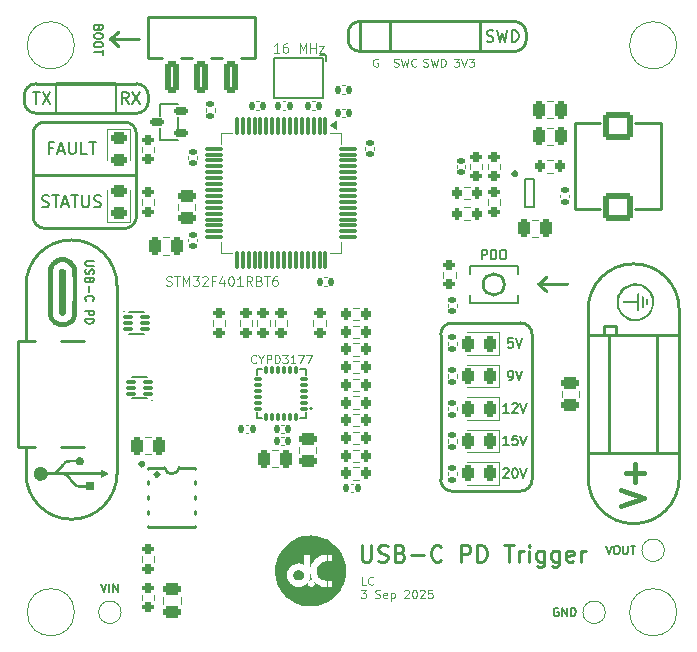
<source format=gbr>
%TF.GenerationSoftware,KiCad,Pcbnew,9.0.3-9.0.3-0~ubuntu22.04.1*%
%TF.CreationDate,2025-09-08T10:32:46+08:00*%
%TF.ProjectId,pdtrigger,70647472-6967-4676-9572-2e6b69636164,rev?*%
%TF.SameCoordinates,Original*%
%TF.FileFunction,Legend,Top*%
%TF.FilePolarity,Positive*%
%FSLAX46Y46*%
G04 Gerber Fmt 4.6, Leading zero omitted, Abs format (unit mm)*
G04 Created by KiCad (PCBNEW 9.0.3-9.0.3-0~ubuntu22.04.1) date 2025-09-08 10:32:46*
%MOMM*%
%LPD*%
G01*
G04 APERTURE LIST*
G04 Aperture macros list*
%AMRoundRect*
0 Rectangle with rounded corners*
0 $1 Rounding radius*
0 $2 $3 $4 $5 $6 $7 $8 $9 X,Y pos of 4 corners*
0 Add a 4 corners polygon primitive as box body*
4,1,4,$2,$3,$4,$5,$6,$7,$8,$9,$2,$3,0*
0 Add four circle primitives for the rounded corners*
1,1,$1+$1,$2,$3*
1,1,$1+$1,$4,$5*
1,1,$1+$1,$6,$7*
1,1,$1+$1,$8,$9*
0 Add four rect primitives between the rounded corners*
20,1,$1+$1,$2,$3,$4,$5,0*
20,1,$1+$1,$4,$5,$6,$7,0*
20,1,$1+$1,$6,$7,$8,$9,0*
20,1,$1+$1,$8,$9,$2,$3,0*%
G04 Aperture macros list end*
%ADD10C,0.250000*%
%ADD11C,0.200000*%
%ADD12C,0.150000*%
%ADD13C,0.280000*%
%ADD14C,0.120000*%
%ADD15C,0.400000*%
%ADD16C,0.100000*%
%ADD17C,0.087500*%
%ADD18C,0.000000*%
%ADD19C,0.300000*%
%ADD20C,2.200000*%
%ADD21RoundRect,0.075000X-0.350000X0.075000X-0.350000X-0.075000X0.350000X-0.075000X0.350000X0.075000X0*%
%ADD22RoundRect,0.075000X0.350000X-0.075000X0.350000X0.075000X-0.350000X0.075000X-0.350000X-0.075000X0*%
%ADD23O,1.800000X1.200000*%
%ADD24O,2.000000X1.100000*%
%ADD25R,1.100000X0.550000*%
%ADD26R,1.100000X0.300000*%
%ADD27C,0.700000*%
%ADD28RoundRect,0.250000X0.350000X-1.100000X0.350000X1.100000X-0.350000X1.100000X-0.350000X-1.100000X0*%
%ADD29C,1.100000*%
%ADD30C,1.500000*%
%ADD31R,2.000000X2.000000*%
%ADD32C,2.000000*%
%ADD33RoundRect,0.250000X1.000000X-0.900000X1.000000X0.900000X-1.000000X0.900000X-1.000000X-0.900000X0*%
%ADD34R,1.230000X1.360000*%
%ADD35RoundRect,0.135000X-0.185000X0.135000X-0.185000X-0.135000X0.185000X-0.135000X0.185000X0.135000X0*%
%ADD36RoundRect,0.200000X-0.275000X0.200000X-0.275000X-0.200000X0.275000X-0.200000X0.275000X0.200000X0*%
%ADD37RoundRect,0.243750X0.243750X0.456250X-0.243750X0.456250X-0.243750X-0.456250X0.243750X-0.456250X0*%
%ADD38RoundRect,0.140000X-0.170000X0.140000X-0.170000X-0.140000X0.170000X-0.140000X0.170000X0.140000X0*%
%ADD39R,1.700000X1.700000*%
%ADD40C,1.700000*%
%ADD41O,1.890000X0.570000*%
%ADD42RoundRect,0.200000X0.275000X-0.200000X0.275000X0.200000X-0.275000X0.200000X-0.275000X-0.200000X0*%
%ADD43RoundRect,0.175000X-0.450000X-0.175000X0.450000X-0.175000X0.450000X0.175000X-0.450000X0.175000X0*%
%ADD44RoundRect,0.070000X0.260000X0.070000X-0.260000X0.070000X-0.260000X-0.070000X0.260000X-0.070000X0*%
%ADD45RoundRect,0.070000X0.070000X0.260000X-0.070000X0.260000X-0.070000X-0.260000X0.070000X-0.260000X0*%
%ADD46R,2.800000X2.800000*%
%ADD47RoundRect,0.140000X-0.140000X-0.170000X0.140000X-0.170000X0.140000X0.170000X-0.140000X0.170000X0*%
%ADD48O,1.220000X0.360000*%
%ADD49RoundRect,0.075000X-0.700000X0.075000X-0.700000X-0.075000X0.700000X-0.075000X0.700000X0.075000X0*%
%ADD50RoundRect,0.075000X-0.075000X0.700000X-0.075000X-0.700000X0.075000X-0.700000X0.075000X0.700000X0*%
%ADD51RoundRect,0.243750X0.456250X-0.243750X0.456250X0.243750X-0.456250X0.243750X-0.456250X-0.243750X0*%
%ADD52RoundRect,0.250000X0.475000X-0.250000X0.475000X0.250000X-0.475000X0.250000X-0.475000X-0.250000X0*%
%ADD53RoundRect,0.140000X0.170000X-0.140000X0.170000X0.140000X-0.170000X0.140000X-0.170000X-0.140000X0*%
%ADD54RoundRect,0.250000X0.250000X0.475000X-0.250000X0.475000X-0.250000X-0.475000X0.250000X-0.475000X0*%
%ADD55RoundRect,0.200000X0.200000X0.275000X-0.200000X0.275000X-0.200000X-0.275000X0.200000X-0.275000X0*%
%ADD56RoundRect,0.200000X-0.200000X-0.275000X0.200000X-0.275000X0.200000X0.275000X-0.200000X0.275000X0*%
%ADD57RoundRect,0.250000X-0.475000X0.250000X-0.475000X-0.250000X0.475000X-0.250000X0.475000X0.250000X0*%
%ADD58RoundRect,0.140000X0.140000X0.170000X-0.140000X0.170000X-0.140000X-0.170000X0.140000X-0.170000X0*%
%ADD59RoundRect,0.243750X-0.456250X0.243750X-0.456250X-0.243750X0.456250X-0.243750X0.456250X0.243750X0*%
%ADD60R,1.400000X1.200000*%
G04 APERTURE END LIST*
D10*
X-21750000Y8250000D02*
G75*
G02*
X-20750000Y9250000I1000000J0D01*
G01*
X-20750000Y6750000D02*
G75*
G02*
X-21750000Y7750000I0J1000000D01*
G01*
X-11250000Y7750000D02*
G75*
G02*
X-12250000Y6750000I-1000000J0D01*
G01*
X-12250000Y9250000D02*
G75*
G02*
X-11250000Y8250000I0J-1000000D01*
G01*
X-19060000Y9250000D02*
X-13980000Y9250000D01*
X-19080000Y6730000D02*
X-14000000Y6730000D01*
X-11250000Y8250000D02*
X-11250000Y7750000D01*
X-21750000Y8250000D02*
X-21750000Y7750000D01*
X-19060000Y9250000D02*
X-20750000Y9250000D01*
X-13980000Y9250000D02*
X-12250000Y9250000D01*
X-13910000Y6750000D02*
X-12250000Y6750000D01*
X-20750000Y6750000D02*
X-19090000Y6750000D01*
D11*
X-21011905Y8547781D02*
X-20440477Y8547781D01*
X-20726191Y7547781D02*
X-20726191Y8547781D01*
X-20202381Y8547781D02*
X-19535715Y7547781D01*
X-19535715Y8547781D02*
X-20202381Y7547781D01*
X-12916667Y7547781D02*
X-13250000Y8023972D01*
X-13488095Y7547781D02*
X-13488095Y8547781D01*
X-13488095Y8547781D02*
X-13107143Y8547781D01*
X-13107143Y8547781D02*
X-13011905Y8500162D01*
X-13011905Y8500162D02*
X-12964286Y8452543D01*
X-12964286Y8452543D02*
X-12916667Y8357305D01*
X-12916667Y8357305D02*
X-12916667Y8214448D01*
X-12916667Y8214448D02*
X-12964286Y8119210D01*
X-12964286Y8119210D02*
X-13011905Y8071591D01*
X-13011905Y8071591D02*
X-13107143Y8023972D01*
X-13107143Y8023972D02*
X-13488095Y8023972D01*
X-12583333Y8547781D02*
X-11916667Y7547781D01*
X-11916667Y8547781D02*
X-12583333Y7547781D01*
D12*
X-15266667Y-33116033D02*
X-15033333Y-33816033D01*
X-15033333Y-33816033D02*
X-14800000Y-33116033D01*
X-14566667Y-33816033D02*
X-14566667Y-33116033D01*
X-14233334Y-33816033D02*
X-14233334Y-33116033D01*
X-14233334Y-33116033D02*
X-13833334Y-33816033D01*
X-13833334Y-33816033D02*
X-13833334Y-33116033D01*
X27516667Y-29866033D02*
X27750001Y-30566033D01*
X27750001Y-30566033D02*
X27983334Y-29866033D01*
X28350001Y-29866033D02*
X28483334Y-29866033D01*
X28483334Y-29866033D02*
X28550001Y-29899366D01*
X28550001Y-29899366D02*
X28616667Y-29966033D01*
X28616667Y-29966033D02*
X28650001Y-30099366D01*
X28650001Y-30099366D02*
X28650001Y-30332700D01*
X28650001Y-30332700D02*
X28616667Y-30466033D01*
X28616667Y-30466033D02*
X28550001Y-30532700D01*
X28550001Y-30532700D02*
X28483334Y-30566033D01*
X28483334Y-30566033D02*
X28350001Y-30566033D01*
X28350001Y-30566033D02*
X28283334Y-30532700D01*
X28283334Y-30532700D02*
X28216667Y-30466033D01*
X28216667Y-30466033D02*
X28183334Y-30332700D01*
X28183334Y-30332700D02*
X28183334Y-30099366D01*
X28183334Y-30099366D02*
X28216667Y-29966033D01*
X28216667Y-29966033D02*
X28283334Y-29899366D01*
X28283334Y-29899366D02*
X28350001Y-29866033D01*
X28950000Y-29866033D02*
X28950000Y-30432700D01*
X28950000Y-30432700D02*
X28983334Y-30499366D01*
X28983334Y-30499366D02*
X29016667Y-30532700D01*
X29016667Y-30532700D02*
X29083334Y-30566033D01*
X29083334Y-30566033D02*
X29216667Y-30566033D01*
X29216667Y-30566033D02*
X29283334Y-30532700D01*
X29283334Y-30532700D02*
X29316667Y-30499366D01*
X29316667Y-30499366D02*
X29350000Y-30432700D01*
X29350000Y-30432700D02*
X29350000Y-29866033D01*
X29583333Y-29866033D02*
X29983333Y-29866033D01*
X29783333Y-30566033D02*
X29783333Y-29866033D01*
X23466667Y-35149366D02*
X23400000Y-35116033D01*
X23400000Y-35116033D02*
X23300000Y-35116033D01*
X23300000Y-35116033D02*
X23200000Y-35149366D01*
X23200000Y-35149366D02*
X23133334Y-35216033D01*
X23133334Y-35216033D02*
X23100000Y-35282700D01*
X23100000Y-35282700D02*
X23066667Y-35416033D01*
X23066667Y-35416033D02*
X23066667Y-35516033D01*
X23066667Y-35516033D02*
X23100000Y-35649366D01*
X23100000Y-35649366D02*
X23133334Y-35716033D01*
X23133334Y-35716033D02*
X23200000Y-35782700D01*
X23200000Y-35782700D02*
X23300000Y-35816033D01*
X23300000Y-35816033D02*
X23366667Y-35816033D01*
X23366667Y-35816033D02*
X23466667Y-35782700D01*
X23466667Y-35782700D02*
X23500000Y-35749366D01*
X23500000Y-35749366D02*
X23500000Y-35516033D01*
X23500000Y-35516033D02*
X23366667Y-35516033D01*
X23800000Y-35816033D02*
X23800000Y-35116033D01*
X23800000Y-35116033D02*
X24200000Y-35816033D01*
X24200000Y-35816033D02*
X24200000Y-35116033D01*
X24533333Y-35816033D02*
X24533333Y-35116033D01*
X24533333Y-35116033D02*
X24700000Y-35116033D01*
X24700000Y-35116033D02*
X24800000Y-35149366D01*
X24800000Y-35149366D02*
X24866667Y-35216033D01*
X24866667Y-35216033D02*
X24900000Y-35282700D01*
X24900000Y-35282700D02*
X24933333Y-35416033D01*
X24933333Y-35416033D02*
X24933333Y-35516033D01*
X24933333Y-35516033D02*
X24900000Y-35649366D01*
X24900000Y-35649366D02*
X24866667Y-35716033D01*
X24866667Y-35716033D02*
X24800000Y-35782700D01*
X24800000Y-35782700D02*
X24700000Y-35816033D01*
X24700000Y-35816033D02*
X24533333Y-35816033D01*
D11*
X19597619Y-12309695D02*
X19216667Y-12309695D01*
X19216667Y-12309695D02*
X19178571Y-12690647D01*
X19178571Y-12690647D02*
X19216667Y-12652552D01*
X19216667Y-12652552D02*
X19292857Y-12614457D01*
X19292857Y-12614457D02*
X19483333Y-12614457D01*
X19483333Y-12614457D02*
X19559524Y-12652552D01*
X19559524Y-12652552D02*
X19597619Y-12690647D01*
X19597619Y-12690647D02*
X19635714Y-12766838D01*
X19635714Y-12766838D02*
X19635714Y-12957314D01*
X19635714Y-12957314D02*
X19597619Y-13033504D01*
X19597619Y-13033504D02*
X19559524Y-13071600D01*
X19559524Y-13071600D02*
X19483333Y-13109695D01*
X19483333Y-13109695D02*
X19292857Y-13109695D01*
X19292857Y-13109695D02*
X19216667Y-13071600D01*
X19216667Y-13071600D02*
X19178571Y-13033504D01*
X19864286Y-12309695D02*
X20130953Y-13109695D01*
X20130953Y-13109695D02*
X20397619Y-12309695D01*
X19254762Y-15859695D02*
X19407143Y-15859695D01*
X19407143Y-15859695D02*
X19483333Y-15821600D01*
X19483333Y-15821600D02*
X19521429Y-15783504D01*
X19521429Y-15783504D02*
X19597619Y-15669219D01*
X19597619Y-15669219D02*
X19635714Y-15516838D01*
X19635714Y-15516838D02*
X19635714Y-15212076D01*
X19635714Y-15212076D02*
X19597619Y-15135885D01*
X19597619Y-15135885D02*
X19559524Y-15097790D01*
X19559524Y-15097790D02*
X19483333Y-15059695D01*
X19483333Y-15059695D02*
X19330952Y-15059695D01*
X19330952Y-15059695D02*
X19254762Y-15097790D01*
X19254762Y-15097790D02*
X19216667Y-15135885D01*
X19216667Y-15135885D02*
X19178571Y-15212076D01*
X19178571Y-15212076D02*
X19178571Y-15402552D01*
X19178571Y-15402552D02*
X19216667Y-15478742D01*
X19216667Y-15478742D02*
X19254762Y-15516838D01*
X19254762Y-15516838D02*
X19330952Y-15554933D01*
X19330952Y-15554933D02*
X19483333Y-15554933D01*
X19483333Y-15554933D02*
X19559524Y-15516838D01*
X19559524Y-15516838D02*
X19597619Y-15478742D01*
X19597619Y-15478742D02*
X19635714Y-15402552D01*
X19864286Y-15059695D02*
X20130953Y-15859695D01*
X20130953Y-15859695D02*
X20397619Y-15059695D01*
X19254761Y-18609695D02*
X18797618Y-18609695D01*
X19026190Y-18609695D02*
X19026190Y-17809695D01*
X19026190Y-17809695D02*
X18949999Y-17923980D01*
X18949999Y-17923980D02*
X18873809Y-18000171D01*
X18873809Y-18000171D02*
X18797618Y-18038266D01*
X19559523Y-17885885D02*
X19597619Y-17847790D01*
X19597619Y-17847790D02*
X19673809Y-17809695D01*
X19673809Y-17809695D02*
X19864285Y-17809695D01*
X19864285Y-17809695D02*
X19940476Y-17847790D01*
X19940476Y-17847790D02*
X19978571Y-17885885D01*
X19978571Y-17885885D02*
X20016666Y-17962076D01*
X20016666Y-17962076D02*
X20016666Y-18038266D01*
X20016666Y-18038266D02*
X19978571Y-18152552D01*
X19978571Y-18152552D02*
X19521428Y-18609695D01*
X19521428Y-18609695D02*
X20016666Y-18609695D01*
X20245238Y-17809695D02*
X20511905Y-18609695D01*
X20511905Y-18609695D02*
X20778571Y-17809695D01*
X19254761Y-21359695D02*
X18797618Y-21359695D01*
X19026190Y-21359695D02*
X19026190Y-20559695D01*
X19026190Y-20559695D02*
X18949999Y-20673980D01*
X18949999Y-20673980D02*
X18873809Y-20750171D01*
X18873809Y-20750171D02*
X18797618Y-20788266D01*
X19978571Y-20559695D02*
X19597619Y-20559695D01*
X19597619Y-20559695D02*
X19559523Y-20940647D01*
X19559523Y-20940647D02*
X19597619Y-20902552D01*
X19597619Y-20902552D02*
X19673809Y-20864457D01*
X19673809Y-20864457D02*
X19864285Y-20864457D01*
X19864285Y-20864457D02*
X19940476Y-20902552D01*
X19940476Y-20902552D02*
X19978571Y-20940647D01*
X19978571Y-20940647D02*
X20016666Y-21016838D01*
X20016666Y-21016838D02*
X20016666Y-21207314D01*
X20016666Y-21207314D02*
X19978571Y-21283504D01*
X19978571Y-21283504D02*
X19940476Y-21321600D01*
X19940476Y-21321600D02*
X19864285Y-21359695D01*
X19864285Y-21359695D02*
X19673809Y-21359695D01*
X19673809Y-21359695D02*
X19597619Y-21321600D01*
X19597619Y-21321600D02*
X19559523Y-21283504D01*
X20245238Y-20559695D02*
X20511905Y-21359695D01*
X20511905Y-21359695D02*
X20778571Y-20559695D01*
D10*
X14500000Y-25250000D02*
G75*
G02*
X13500000Y-24250000I0J1000000D01*
G01*
X13500000Y-12000000D02*
G75*
G02*
X14500000Y-11000000I1000000J0D01*
G01*
X21250000Y-24250000D02*
G75*
G02*
X20250000Y-25250000I-1000000J0D01*
G01*
X20250000Y-11000000D02*
G75*
G02*
X21250000Y-12000000I0J-1000000D01*
G01*
X14500000Y-11000000D02*
X20250000Y-11000000D01*
X14500000Y-25250000D02*
X20250000Y-25250000D01*
X21250000Y-12000000D02*
X21250000Y-24250000D01*
X13500000Y-12000000D02*
X13500000Y-24250000D01*
D11*
X16971429Y-5609695D02*
X16971429Y-4809695D01*
X16971429Y-4809695D02*
X17276191Y-4809695D01*
X17276191Y-4809695D02*
X17352381Y-4847790D01*
X17352381Y-4847790D02*
X17390476Y-4885885D01*
X17390476Y-4885885D02*
X17428572Y-4962076D01*
X17428572Y-4962076D02*
X17428572Y-5076361D01*
X17428572Y-5076361D02*
X17390476Y-5152552D01*
X17390476Y-5152552D02*
X17352381Y-5190647D01*
X17352381Y-5190647D02*
X17276191Y-5228742D01*
X17276191Y-5228742D02*
X16971429Y-5228742D01*
X17771429Y-5609695D02*
X17771429Y-4809695D01*
X17771429Y-4809695D02*
X17961905Y-4809695D01*
X17961905Y-4809695D02*
X18076191Y-4847790D01*
X18076191Y-4847790D02*
X18152381Y-4923980D01*
X18152381Y-4923980D02*
X18190476Y-5000171D01*
X18190476Y-5000171D02*
X18228572Y-5152552D01*
X18228572Y-5152552D02*
X18228572Y-5266838D01*
X18228572Y-5266838D02*
X18190476Y-5419219D01*
X18190476Y-5419219D02*
X18152381Y-5495409D01*
X18152381Y-5495409D02*
X18076191Y-5571600D01*
X18076191Y-5571600D02*
X17961905Y-5609695D01*
X17961905Y-5609695D02*
X17771429Y-5609695D01*
X18723810Y-4809695D02*
X18876191Y-4809695D01*
X18876191Y-4809695D02*
X18952381Y-4847790D01*
X18952381Y-4847790D02*
X19028572Y-4923980D01*
X19028572Y-4923980D02*
X19066667Y-5076361D01*
X19066667Y-5076361D02*
X19066667Y-5343028D01*
X19066667Y-5343028D02*
X19028572Y-5495409D01*
X19028572Y-5495409D02*
X18952381Y-5571600D01*
X18952381Y-5571600D02*
X18876191Y-5609695D01*
X18876191Y-5609695D02*
X18723810Y-5609695D01*
X18723810Y-5609695D02*
X18647619Y-5571600D01*
X18647619Y-5571600D02*
X18571429Y-5495409D01*
X18571429Y-5495409D02*
X18533333Y-5343028D01*
X18533333Y-5343028D02*
X18533333Y-5076361D01*
X18533333Y-5076361D02*
X18571429Y-4923980D01*
X18571429Y-4923980D02*
X18647619Y-4847790D01*
X18647619Y-4847790D02*
X18723810Y-4809695D01*
X18797618Y-23385885D02*
X18835714Y-23347790D01*
X18835714Y-23347790D02*
X18911904Y-23309695D01*
X18911904Y-23309695D02*
X19102380Y-23309695D01*
X19102380Y-23309695D02*
X19178571Y-23347790D01*
X19178571Y-23347790D02*
X19216666Y-23385885D01*
X19216666Y-23385885D02*
X19254761Y-23462076D01*
X19254761Y-23462076D02*
X19254761Y-23538266D01*
X19254761Y-23538266D02*
X19216666Y-23652552D01*
X19216666Y-23652552D02*
X18759523Y-24109695D01*
X18759523Y-24109695D02*
X19254761Y-24109695D01*
X19750000Y-23309695D02*
X19826190Y-23309695D01*
X19826190Y-23309695D02*
X19902381Y-23347790D01*
X19902381Y-23347790D02*
X19940476Y-23385885D01*
X19940476Y-23385885D02*
X19978571Y-23462076D01*
X19978571Y-23462076D02*
X20016666Y-23614457D01*
X20016666Y-23614457D02*
X20016666Y-23804933D01*
X20016666Y-23804933D02*
X19978571Y-23957314D01*
X19978571Y-23957314D02*
X19940476Y-24033504D01*
X19940476Y-24033504D02*
X19902381Y-24071600D01*
X19902381Y-24071600D02*
X19826190Y-24109695D01*
X19826190Y-24109695D02*
X19750000Y-24109695D01*
X19750000Y-24109695D02*
X19673809Y-24071600D01*
X19673809Y-24071600D02*
X19635714Y-24033504D01*
X19635714Y-24033504D02*
X19597619Y-23957314D01*
X19597619Y-23957314D02*
X19559523Y-23804933D01*
X19559523Y-23804933D02*
X19559523Y-23614457D01*
X19559523Y-23614457D02*
X19597619Y-23462076D01*
X19597619Y-23462076D02*
X19635714Y-23385885D01*
X19635714Y-23385885D02*
X19673809Y-23347790D01*
X19673809Y-23347790D02*
X19750000Y-23309695D01*
X20245238Y-23309695D02*
X20511905Y-24109695D01*
X20511905Y-24109695D02*
X20778571Y-23309695D01*
D10*
X5670000Y13520000D02*
X5670000Y12980000D01*
X5670000Y13520000D02*
G75*
G02*
X6670000Y14520000I1000000J0D01*
G01*
X6670000Y11980000D02*
G75*
G02*
X5670000Y12980000I0J1000000D01*
G01*
D13*
X6817543Y-29814106D02*
X6817543Y-30947440D01*
X6817543Y-30947440D02*
X6884210Y-31080773D01*
X6884210Y-31080773D02*
X6950876Y-31147440D01*
X6950876Y-31147440D02*
X7084210Y-31214106D01*
X7084210Y-31214106D02*
X7350876Y-31214106D01*
X7350876Y-31214106D02*
X7484210Y-31147440D01*
X7484210Y-31147440D02*
X7550876Y-31080773D01*
X7550876Y-31080773D02*
X7617543Y-30947440D01*
X7617543Y-30947440D02*
X7617543Y-29814106D01*
X8217543Y-31147440D02*
X8417543Y-31214106D01*
X8417543Y-31214106D02*
X8750877Y-31214106D01*
X8750877Y-31214106D02*
X8884210Y-31147440D01*
X8884210Y-31147440D02*
X8950877Y-31080773D01*
X8950877Y-31080773D02*
X9017543Y-30947440D01*
X9017543Y-30947440D02*
X9017543Y-30814106D01*
X9017543Y-30814106D02*
X8950877Y-30680773D01*
X8950877Y-30680773D02*
X8884210Y-30614106D01*
X8884210Y-30614106D02*
X8750877Y-30547440D01*
X8750877Y-30547440D02*
X8484210Y-30480773D01*
X8484210Y-30480773D02*
X8350877Y-30414106D01*
X8350877Y-30414106D02*
X8284210Y-30347440D01*
X8284210Y-30347440D02*
X8217543Y-30214106D01*
X8217543Y-30214106D02*
X8217543Y-30080773D01*
X8217543Y-30080773D02*
X8284210Y-29947440D01*
X8284210Y-29947440D02*
X8350877Y-29880773D01*
X8350877Y-29880773D02*
X8484210Y-29814106D01*
X8484210Y-29814106D02*
X8817543Y-29814106D01*
X8817543Y-29814106D02*
X9017543Y-29880773D01*
X10084210Y-30480773D02*
X10284210Y-30547440D01*
X10284210Y-30547440D02*
X10350876Y-30614106D01*
X10350876Y-30614106D02*
X10417543Y-30747440D01*
X10417543Y-30747440D02*
X10417543Y-30947440D01*
X10417543Y-30947440D02*
X10350876Y-31080773D01*
X10350876Y-31080773D02*
X10284210Y-31147440D01*
X10284210Y-31147440D02*
X10150876Y-31214106D01*
X10150876Y-31214106D02*
X9617543Y-31214106D01*
X9617543Y-31214106D02*
X9617543Y-29814106D01*
X9617543Y-29814106D02*
X10084210Y-29814106D01*
X10084210Y-29814106D02*
X10217543Y-29880773D01*
X10217543Y-29880773D02*
X10284210Y-29947440D01*
X10284210Y-29947440D02*
X10350876Y-30080773D01*
X10350876Y-30080773D02*
X10350876Y-30214106D01*
X10350876Y-30214106D02*
X10284210Y-30347440D01*
X10284210Y-30347440D02*
X10217543Y-30414106D01*
X10217543Y-30414106D02*
X10084210Y-30480773D01*
X10084210Y-30480773D02*
X9617543Y-30480773D01*
X11017543Y-30680773D02*
X12084210Y-30680773D01*
X13550876Y-31080773D02*
X13484209Y-31147440D01*
X13484209Y-31147440D02*
X13284209Y-31214106D01*
X13284209Y-31214106D02*
X13150876Y-31214106D01*
X13150876Y-31214106D02*
X12950876Y-31147440D01*
X12950876Y-31147440D02*
X12817543Y-31014106D01*
X12817543Y-31014106D02*
X12750876Y-30880773D01*
X12750876Y-30880773D02*
X12684209Y-30614106D01*
X12684209Y-30614106D02*
X12684209Y-30414106D01*
X12684209Y-30414106D02*
X12750876Y-30147440D01*
X12750876Y-30147440D02*
X12817543Y-30014106D01*
X12817543Y-30014106D02*
X12950876Y-29880773D01*
X12950876Y-29880773D02*
X13150876Y-29814106D01*
X13150876Y-29814106D02*
X13284209Y-29814106D01*
X13284209Y-29814106D02*
X13484209Y-29880773D01*
X13484209Y-29880773D02*
X13550876Y-29947440D01*
X15217543Y-31214106D02*
X15217543Y-29814106D01*
X15217543Y-29814106D02*
X15750876Y-29814106D01*
X15750876Y-29814106D02*
X15884210Y-29880773D01*
X15884210Y-29880773D02*
X15950876Y-29947440D01*
X15950876Y-29947440D02*
X16017543Y-30080773D01*
X16017543Y-30080773D02*
X16017543Y-30280773D01*
X16017543Y-30280773D02*
X15950876Y-30414106D01*
X15950876Y-30414106D02*
X15884210Y-30480773D01*
X15884210Y-30480773D02*
X15750876Y-30547440D01*
X15750876Y-30547440D02*
X15217543Y-30547440D01*
X16617543Y-31214106D02*
X16617543Y-29814106D01*
X16617543Y-29814106D02*
X16950876Y-29814106D01*
X16950876Y-29814106D02*
X17150876Y-29880773D01*
X17150876Y-29880773D02*
X17284210Y-30014106D01*
X17284210Y-30014106D02*
X17350876Y-30147440D01*
X17350876Y-30147440D02*
X17417543Y-30414106D01*
X17417543Y-30414106D02*
X17417543Y-30614106D01*
X17417543Y-30614106D02*
X17350876Y-30880773D01*
X17350876Y-30880773D02*
X17284210Y-31014106D01*
X17284210Y-31014106D02*
X17150876Y-31147440D01*
X17150876Y-31147440D02*
X16950876Y-31214106D01*
X16950876Y-31214106D02*
X16617543Y-31214106D01*
X18884210Y-29814106D02*
X19684210Y-29814106D01*
X19284210Y-31214106D02*
X19284210Y-29814106D01*
X20150877Y-31214106D02*
X20150877Y-30280773D01*
X20150877Y-30547440D02*
X20217544Y-30414106D01*
X20217544Y-30414106D02*
X20284210Y-30347440D01*
X20284210Y-30347440D02*
X20417544Y-30280773D01*
X20417544Y-30280773D02*
X20550877Y-30280773D01*
X21017544Y-31214106D02*
X21017544Y-30280773D01*
X21017544Y-29814106D02*
X20950877Y-29880773D01*
X20950877Y-29880773D02*
X21017544Y-29947440D01*
X21017544Y-29947440D02*
X21084211Y-29880773D01*
X21084211Y-29880773D02*
X21017544Y-29814106D01*
X21017544Y-29814106D02*
X21017544Y-29947440D01*
X22284211Y-30280773D02*
X22284211Y-31414106D01*
X22284211Y-31414106D02*
X22217544Y-31547440D01*
X22217544Y-31547440D02*
X22150878Y-31614106D01*
X22150878Y-31614106D02*
X22017544Y-31680773D01*
X22017544Y-31680773D02*
X21817544Y-31680773D01*
X21817544Y-31680773D02*
X21684211Y-31614106D01*
X22284211Y-31147440D02*
X22150878Y-31214106D01*
X22150878Y-31214106D02*
X21884211Y-31214106D01*
X21884211Y-31214106D02*
X21750878Y-31147440D01*
X21750878Y-31147440D02*
X21684211Y-31080773D01*
X21684211Y-31080773D02*
X21617544Y-30947440D01*
X21617544Y-30947440D02*
X21617544Y-30547440D01*
X21617544Y-30547440D02*
X21684211Y-30414106D01*
X21684211Y-30414106D02*
X21750878Y-30347440D01*
X21750878Y-30347440D02*
X21884211Y-30280773D01*
X21884211Y-30280773D02*
X22150878Y-30280773D01*
X22150878Y-30280773D02*
X22284211Y-30347440D01*
X23550878Y-30280773D02*
X23550878Y-31414106D01*
X23550878Y-31414106D02*
X23484211Y-31547440D01*
X23484211Y-31547440D02*
X23417545Y-31614106D01*
X23417545Y-31614106D02*
X23284211Y-31680773D01*
X23284211Y-31680773D02*
X23084211Y-31680773D01*
X23084211Y-31680773D02*
X22950878Y-31614106D01*
X23550878Y-31147440D02*
X23417545Y-31214106D01*
X23417545Y-31214106D02*
X23150878Y-31214106D01*
X23150878Y-31214106D02*
X23017545Y-31147440D01*
X23017545Y-31147440D02*
X22950878Y-31080773D01*
X22950878Y-31080773D02*
X22884211Y-30947440D01*
X22884211Y-30947440D02*
X22884211Y-30547440D01*
X22884211Y-30547440D02*
X22950878Y-30414106D01*
X22950878Y-30414106D02*
X23017545Y-30347440D01*
X23017545Y-30347440D02*
X23150878Y-30280773D01*
X23150878Y-30280773D02*
X23417545Y-30280773D01*
X23417545Y-30280773D02*
X23550878Y-30347440D01*
X24750878Y-31147440D02*
X24617545Y-31214106D01*
X24617545Y-31214106D02*
X24350878Y-31214106D01*
X24350878Y-31214106D02*
X24217545Y-31147440D01*
X24217545Y-31147440D02*
X24150878Y-31014106D01*
X24150878Y-31014106D02*
X24150878Y-30480773D01*
X24150878Y-30480773D02*
X24217545Y-30347440D01*
X24217545Y-30347440D02*
X24350878Y-30280773D01*
X24350878Y-30280773D02*
X24617545Y-30280773D01*
X24617545Y-30280773D02*
X24750878Y-30347440D01*
X24750878Y-30347440D02*
X24817545Y-30480773D01*
X24817545Y-30480773D02*
X24817545Y-30614106D01*
X24817545Y-30614106D02*
X24150878Y-30747440D01*
X25417545Y-31214106D02*
X25417545Y-30280773D01*
X25417545Y-30547440D02*
X25484212Y-30414106D01*
X25484212Y-30414106D02*
X25550878Y-30347440D01*
X25550878Y-30347440D02*
X25684212Y-30280773D01*
X25684212Y-30280773D02*
X25817545Y-30280773D01*
D14*
X-9723811Y-7825760D02*
X-9609525Y-7863855D01*
X-9609525Y-7863855D02*
X-9419049Y-7863855D01*
X-9419049Y-7863855D02*
X-9342858Y-7825760D01*
X-9342858Y-7825760D02*
X-9304763Y-7787664D01*
X-9304763Y-7787664D02*
X-9266668Y-7711474D01*
X-9266668Y-7711474D02*
X-9266668Y-7635283D01*
X-9266668Y-7635283D02*
X-9304763Y-7559093D01*
X-9304763Y-7559093D02*
X-9342858Y-7520998D01*
X-9342858Y-7520998D02*
X-9419049Y-7482902D01*
X-9419049Y-7482902D02*
X-9571430Y-7444807D01*
X-9571430Y-7444807D02*
X-9647620Y-7406712D01*
X-9647620Y-7406712D02*
X-9685715Y-7368617D01*
X-9685715Y-7368617D02*
X-9723811Y-7292426D01*
X-9723811Y-7292426D02*
X-9723811Y-7216236D01*
X-9723811Y-7216236D02*
X-9685715Y-7140045D01*
X-9685715Y-7140045D02*
X-9647620Y-7101950D01*
X-9647620Y-7101950D02*
X-9571430Y-7063855D01*
X-9571430Y-7063855D02*
X-9380953Y-7063855D01*
X-9380953Y-7063855D02*
X-9266668Y-7101950D01*
X-9038096Y-7063855D02*
X-8580953Y-7063855D01*
X-8809525Y-7863855D02*
X-8809525Y-7063855D01*
X-8314286Y-7863855D02*
X-8314286Y-7063855D01*
X-8314286Y-7063855D02*
X-8047620Y-7635283D01*
X-8047620Y-7635283D02*
X-7780953Y-7063855D01*
X-7780953Y-7063855D02*
X-7780953Y-7863855D01*
X-7476191Y-7063855D02*
X-6980953Y-7063855D01*
X-6980953Y-7063855D02*
X-7247619Y-7368617D01*
X-7247619Y-7368617D02*
X-7133334Y-7368617D01*
X-7133334Y-7368617D02*
X-7057143Y-7406712D01*
X-7057143Y-7406712D02*
X-7019048Y-7444807D01*
X-7019048Y-7444807D02*
X-6980953Y-7520998D01*
X-6980953Y-7520998D02*
X-6980953Y-7711474D01*
X-6980953Y-7711474D02*
X-7019048Y-7787664D01*
X-7019048Y-7787664D02*
X-7057143Y-7825760D01*
X-7057143Y-7825760D02*
X-7133334Y-7863855D01*
X-7133334Y-7863855D02*
X-7361905Y-7863855D01*
X-7361905Y-7863855D02*
X-7438096Y-7825760D01*
X-7438096Y-7825760D02*
X-7476191Y-7787664D01*
X-6676191Y-7140045D02*
X-6638095Y-7101950D01*
X-6638095Y-7101950D02*
X-6561905Y-7063855D01*
X-6561905Y-7063855D02*
X-6371429Y-7063855D01*
X-6371429Y-7063855D02*
X-6295238Y-7101950D01*
X-6295238Y-7101950D02*
X-6257143Y-7140045D01*
X-6257143Y-7140045D02*
X-6219048Y-7216236D01*
X-6219048Y-7216236D02*
X-6219048Y-7292426D01*
X-6219048Y-7292426D02*
X-6257143Y-7406712D01*
X-6257143Y-7406712D02*
X-6714286Y-7863855D01*
X-6714286Y-7863855D02*
X-6219048Y-7863855D01*
X-5609524Y-7444807D02*
X-5876190Y-7444807D01*
X-5876190Y-7863855D02*
X-5876190Y-7063855D01*
X-5876190Y-7063855D02*
X-5495238Y-7063855D01*
X-4847619Y-7330521D02*
X-4847619Y-7863855D01*
X-5038095Y-7025760D02*
X-5228572Y-7597188D01*
X-5228572Y-7597188D02*
X-4733333Y-7597188D01*
X-4276190Y-7063855D02*
X-4200000Y-7063855D01*
X-4200000Y-7063855D02*
X-4123809Y-7101950D01*
X-4123809Y-7101950D02*
X-4085714Y-7140045D01*
X-4085714Y-7140045D02*
X-4047619Y-7216236D01*
X-4047619Y-7216236D02*
X-4009524Y-7368617D01*
X-4009524Y-7368617D02*
X-4009524Y-7559093D01*
X-4009524Y-7559093D02*
X-4047619Y-7711474D01*
X-4047619Y-7711474D02*
X-4085714Y-7787664D01*
X-4085714Y-7787664D02*
X-4123809Y-7825760D01*
X-4123809Y-7825760D02*
X-4200000Y-7863855D01*
X-4200000Y-7863855D02*
X-4276190Y-7863855D01*
X-4276190Y-7863855D02*
X-4352381Y-7825760D01*
X-4352381Y-7825760D02*
X-4390476Y-7787664D01*
X-4390476Y-7787664D02*
X-4428571Y-7711474D01*
X-4428571Y-7711474D02*
X-4466667Y-7559093D01*
X-4466667Y-7559093D02*
X-4466667Y-7368617D01*
X-4466667Y-7368617D02*
X-4428571Y-7216236D01*
X-4428571Y-7216236D02*
X-4390476Y-7140045D01*
X-4390476Y-7140045D02*
X-4352381Y-7101950D01*
X-4352381Y-7101950D02*
X-4276190Y-7063855D01*
X-3247619Y-7863855D02*
X-3704762Y-7863855D01*
X-3476190Y-7863855D02*
X-3476190Y-7063855D01*
X-3476190Y-7063855D02*
X-3552381Y-7178140D01*
X-3552381Y-7178140D02*
X-3628571Y-7254331D01*
X-3628571Y-7254331D02*
X-3704762Y-7292426D01*
X-2447618Y-7863855D02*
X-2714285Y-7482902D01*
X-2904761Y-7863855D02*
X-2904761Y-7063855D01*
X-2904761Y-7063855D02*
X-2599999Y-7063855D01*
X-2599999Y-7063855D02*
X-2523809Y-7101950D01*
X-2523809Y-7101950D02*
X-2485714Y-7140045D01*
X-2485714Y-7140045D02*
X-2447618Y-7216236D01*
X-2447618Y-7216236D02*
X-2447618Y-7330521D01*
X-2447618Y-7330521D02*
X-2485714Y-7406712D01*
X-2485714Y-7406712D02*
X-2523809Y-7444807D01*
X-2523809Y-7444807D02*
X-2599999Y-7482902D01*
X-2599999Y-7482902D02*
X-2904761Y-7482902D01*
X-1838095Y-7444807D02*
X-1723809Y-7482902D01*
X-1723809Y-7482902D02*
X-1685714Y-7520998D01*
X-1685714Y-7520998D02*
X-1647618Y-7597188D01*
X-1647618Y-7597188D02*
X-1647618Y-7711474D01*
X-1647618Y-7711474D02*
X-1685714Y-7787664D01*
X-1685714Y-7787664D02*
X-1723809Y-7825760D01*
X-1723809Y-7825760D02*
X-1799999Y-7863855D01*
X-1799999Y-7863855D02*
X-2104761Y-7863855D01*
X-2104761Y-7863855D02*
X-2104761Y-7063855D01*
X-2104761Y-7063855D02*
X-1838095Y-7063855D01*
X-1838095Y-7063855D02*
X-1761904Y-7101950D01*
X-1761904Y-7101950D02*
X-1723809Y-7140045D01*
X-1723809Y-7140045D02*
X-1685714Y-7216236D01*
X-1685714Y-7216236D02*
X-1685714Y-7292426D01*
X-1685714Y-7292426D02*
X-1723809Y-7368617D01*
X-1723809Y-7368617D02*
X-1761904Y-7406712D01*
X-1761904Y-7406712D02*
X-1838095Y-7444807D01*
X-1838095Y-7444807D02*
X-2104761Y-7444807D01*
X-1419047Y-7063855D02*
X-961904Y-7063855D01*
X-1190476Y-7863855D02*
X-1190476Y-7063855D01*
X-352380Y-7063855D02*
X-504761Y-7063855D01*
X-504761Y-7063855D02*
X-580952Y-7101950D01*
X-580952Y-7101950D02*
X-619047Y-7140045D01*
X-619047Y-7140045D02*
X-695237Y-7254331D01*
X-695237Y-7254331D02*
X-733333Y-7406712D01*
X-733333Y-7406712D02*
X-733333Y-7711474D01*
X-733333Y-7711474D02*
X-695237Y-7787664D01*
X-695237Y-7787664D02*
X-657142Y-7825760D01*
X-657142Y-7825760D02*
X-580952Y-7863855D01*
X-580952Y-7863855D02*
X-428571Y-7863855D01*
X-428571Y-7863855D02*
X-352380Y-7825760D01*
X-352380Y-7825760D02*
X-314285Y-7787664D01*
X-314285Y-7787664D02*
X-276190Y-7711474D01*
X-276190Y-7711474D02*
X-276190Y-7520998D01*
X-276190Y-7520998D02*
X-314285Y-7444807D01*
X-314285Y-7444807D02*
X-352380Y-7406712D01*
X-352380Y-7406712D02*
X-428571Y-7368617D01*
X-428571Y-7368617D02*
X-580952Y-7368617D01*
X-580952Y-7368617D02*
X-657142Y-7406712D01*
X-657142Y-7406712D02*
X-695237Y-7444807D01*
X-695237Y-7444807D02*
X-733333Y-7520998D01*
D10*
X-13250000Y6000000D02*
G75*
G02*
X-12250000Y5000000I0J-1000000D01*
G01*
X-12250000Y-2000000D02*
G75*
G02*
X-13250000Y-3000000I-1000000J0D01*
G01*
D15*
X28754438Y-26504761D02*
X30754438Y-25838095D01*
X30754438Y-25838095D02*
X28754438Y-25171428D01*
X29992533Y-24504761D02*
X29992533Y-22980952D01*
X30754438Y-23742856D02*
X29230628Y-23742856D01*
D10*
X-21000000Y5000000D02*
G75*
G02*
X-20000000Y6000000I1000000J0D01*
G01*
X-20000000Y-3000000D02*
G75*
G02*
X-21000000Y-2000000I0J1000000D01*
G01*
X-17750000Y-3975000D02*
G75*
G02*
X-13900000Y-7825000I0J-3850000D01*
G01*
X-21600000Y-12500000D02*
X-21600000Y-7825000D01*
X-13900000Y-9975000D02*
X-13900000Y-7825000D01*
X-21600000Y-7825000D02*
G75*
G02*
X-17750000Y-3975000I3850000J0D01*
G01*
X-13900000Y-23775000D02*
G75*
G02*
X-17750000Y-27625002I-3850001J-1D01*
G01*
X-17750000Y-27625000D02*
G75*
G02*
X-21600000Y-23775000I-1J3849999D01*
G01*
X-21600000Y-21625000D02*
X-21600000Y-23775000D01*
X26000000Y-9850000D02*
G75*
G02*
X29850000Y-6000000I3850000J0D01*
G01*
X29850000Y-6000000D02*
G75*
G02*
X33700000Y-9850000I0J-3850000D01*
G01*
X29850000Y-28000000D02*
G75*
G02*
X26000000Y-24150000I0J3850000D01*
G01*
X33700000Y-24150000D02*
G75*
G02*
X29850000Y-28000000I-3850000J0D01*
G01*
X33700000Y-22000000D02*
X33700000Y-24150000D01*
X26000000Y-22000000D02*
X26000000Y-24150000D01*
X33700000Y-12000000D02*
X33700000Y-9850000D01*
X26000000Y-12000000D02*
X26000000Y-9850000D01*
D16*
X-17500000Y12500000D02*
G75*
G02*
X-21500000Y12500000I-2000000J0D01*
G01*
X-21500000Y12500000D02*
G75*
G02*
X-17500000Y12500000I2000000J0D01*
G01*
X33500000Y12500000D02*
G75*
G02*
X29500000Y12500000I-2000000J0D01*
G01*
X29500000Y12500000D02*
G75*
G02*
X33500000Y12500000I2000000J0D01*
G01*
X33500000Y-35500000D02*
G75*
G02*
X29500000Y-35500000I-2000000J0D01*
G01*
X29500000Y-35500000D02*
G75*
G02*
X33500000Y-35500000I2000000J0D01*
G01*
X-17500000Y-35500000D02*
G75*
G02*
X-21500000Y-35500000I-2000000J0D01*
G01*
X-21500000Y-35500000D02*
G75*
G02*
X-17500000Y-35500000I2000000J0D01*
G01*
D10*
X16830000Y11980000D02*
X19750000Y11980000D01*
X19750000Y14520000D02*
G75*
G02*
X20750000Y13520000I0J-1000000D01*
G01*
D16*
X8183333Y11348034D02*
X8116666Y11381367D01*
X8116666Y11381367D02*
X8016666Y11381367D01*
X8016666Y11381367D02*
X7916666Y11348034D01*
X7916666Y11348034D02*
X7850000Y11281367D01*
X7850000Y11281367D02*
X7816666Y11214700D01*
X7816666Y11214700D02*
X7783333Y11081367D01*
X7783333Y11081367D02*
X7783333Y10981367D01*
X7783333Y10981367D02*
X7816666Y10848034D01*
X7816666Y10848034D02*
X7850000Y10781367D01*
X7850000Y10781367D02*
X7916666Y10714700D01*
X7916666Y10714700D02*
X8016666Y10681367D01*
X8016666Y10681367D02*
X8083333Y10681367D01*
X8083333Y10681367D02*
X8183333Y10714700D01*
X8183333Y10714700D02*
X8216666Y10748034D01*
X8216666Y10748034D02*
X8216666Y10981367D01*
X8216666Y10981367D02*
X8083333Y10981367D01*
X9550000Y10714700D02*
X9650000Y10681367D01*
X9650000Y10681367D02*
X9816667Y10681367D01*
X9816667Y10681367D02*
X9883333Y10714700D01*
X9883333Y10714700D02*
X9916667Y10748034D01*
X9916667Y10748034D02*
X9950000Y10814700D01*
X9950000Y10814700D02*
X9950000Y10881367D01*
X9950000Y10881367D02*
X9916667Y10948034D01*
X9916667Y10948034D02*
X9883333Y10981367D01*
X9883333Y10981367D02*
X9816667Y11014700D01*
X9816667Y11014700D02*
X9683333Y11048034D01*
X9683333Y11048034D02*
X9616667Y11081367D01*
X9616667Y11081367D02*
X9583333Y11114700D01*
X9583333Y11114700D02*
X9550000Y11181367D01*
X9550000Y11181367D02*
X9550000Y11248034D01*
X9550000Y11248034D02*
X9583333Y11314700D01*
X9583333Y11314700D02*
X9616667Y11348034D01*
X9616667Y11348034D02*
X9683333Y11381367D01*
X9683333Y11381367D02*
X9850000Y11381367D01*
X9850000Y11381367D02*
X9950000Y11348034D01*
X10183334Y11381367D02*
X10350000Y10681367D01*
X10350000Y10681367D02*
X10483334Y11181367D01*
X10483334Y11181367D02*
X10616667Y10681367D01*
X10616667Y10681367D02*
X10783334Y11381367D01*
X11450000Y10748034D02*
X11416667Y10714700D01*
X11416667Y10714700D02*
X11316667Y10681367D01*
X11316667Y10681367D02*
X11250000Y10681367D01*
X11250000Y10681367D02*
X11150000Y10714700D01*
X11150000Y10714700D02*
X11083334Y10781367D01*
X11083334Y10781367D02*
X11050000Y10848034D01*
X11050000Y10848034D02*
X11016667Y10981367D01*
X11016667Y10981367D02*
X11016667Y11081367D01*
X11016667Y11081367D02*
X11050000Y11214700D01*
X11050000Y11214700D02*
X11083334Y11281367D01*
X11083334Y11281367D02*
X11150000Y11348034D01*
X11150000Y11348034D02*
X11250000Y11381367D01*
X11250000Y11381367D02*
X11316667Y11381367D01*
X11316667Y11381367D02*
X11416667Y11348034D01*
X11416667Y11348034D02*
X11450000Y11314700D01*
D11*
X17392857Y12845400D02*
X17535714Y12797781D01*
X17535714Y12797781D02*
X17773809Y12797781D01*
X17773809Y12797781D02*
X17869047Y12845400D01*
X17869047Y12845400D02*
X17916666Y12893020D01*
X17916666Y12893020D02*
X17964285Y12988258D01*
X17964285Y12988258D02*
X17964285Y13083496D01*
X17964285Y13083496D02*
X17916666Y13178734D01*
X17916666Y13178734D02*
X17869047Y13226353D01*
X17869047Y13226353D02*
X17773809Y13273972D01*
X17773809Y13273972D02*
X17583333Y13321591D01*
X17583333Y13321591D02*
X17488095Y13369210D01*
X17488095Y13369210D02*
X17440476Y13416829D01*
X17440476Y13416829D02*
X17392857Y13512067D01*
X17392857Y13512067D02*
X17392857Y13607305D01*
X17392857Y13607305D02*
X17440476Y13702543D01*
X17440476Y13702543D02*
X17488095Y13750162D01*
X17488095Y13750162D02*
X17583333Y13797781D01*
X17583333Y13797781D02*
X17821428Y13797781D01*
X17821428Y13797781D02*
X17964285Y13750162D01*
X18297619Y13797781D02*
X18535714Y12797781D01*
X18535714Y12797781D02*
X18726190Y13512067D01*
X18726190Y13512067D02*
X18916666Y12797781D01*
X18916666Y12797781D02*
X19154762Y13797781D01*
X19535714Y12797781D02*
X19535714Y13797781D01*
X19535714Y13797781D02*
X19773809Y13797781D01*
X19773809Y13797781D02*
X19916666Y13750162D01*
X19916666Y13750162D02*
X20011904Y13654924D01*
X20011904Y13654924D02*
X20059523Y13559686D01*
X20059523Y13559686D02*
X20107142Y13369210D01*
X20107142Y13369210D02*
X20107142Y13226353D01*
X20107142Y13226353D02*
X20059523Y13035877D01*
X20059523Y13035877D02*
X20011904Y12940639D01*
X20011904Y12940639D02*
X19916666Y12845400D01*
X19916666Y12845400D02*
X19773809Y12797781D01*
X19773809Y12797781D02*
X19535714Y12797781D01*
D16*
X12050000Y10714700D02*
X12150000Y10681367D01*
X12150000Y10681367D02*
X12316667Y10681367D01*
X12316667Y10681367D02*
X12383333Y10714700D01*
X12383333Y10714700D02*
X12416667Y10748034D01*
X12416667Y10748034D02*
X12450000Y10814700D01*
X12450000Y10814700D02*
X12450000Y10881367D01*
X12450000Y10881367D02*
X12416667Y10948034D01*
X12416667Y10948034D02*
X12383333Y10981367D01*
X12383333Y10981367D02*
X12316667Y11014700D01*
X12316667Y11014700D02*
X12183333Y11048034D01*
X12183333Y11048034D02*
X12116667Y11081367D01*
X12116667Y11081367D02*
X12083333Y11114700D01*
X12083333Y11114700D02*
X12050000Y11181367D01*
X12050000Y11181367D02*
X12050000Y11248034D01*
X12050000Y11248034D02*
X12083333Y11314700D01*
X12083333Y11314700D02*
X12116667Y11348034D01*
X12116667Y11348034D02*
X12183333Y11381367D01*
X12183333Y11381367D02*
X12350000Y11381367D01*
X12350000Y11381367D02*
X12450000Y11348034D01*
X12683334Y11381367D02*
X12850000Y10681367D01*
X12850000Y10681367D02*
X12983334Y11181367D01*
X12983334Y11181367D02*
X13116667Y10681367D01*
X13116667Y10681367D02*
X13283334Y11381367D01*
X13550000Y10681367D02*
X13550000Y11381367D01*
X13550000Y11381367D02*
X13716667Y11381367D01*
X13716667Y11381367D02*
X13816667Y11348034D01*
X13816667Y11348034D02*
X13883334Y11281367D01*
X13883334Y11281367D02*
X13916667Y11214700D01*
X13916667Y11214700D02*
X13950000Y11081367D01*
X13950000Y11081367D02*
X13950000Y10981367D01*
X13950000Y10981367D02*
X13916667Y10848034D01*
X13916667Y10848034D02*
X13883334Y10781367D01*
X13883334Y10781367D02*
X13816667Y10714700D01*
X13816667Y10714700D02*
X13716667Y10681367D01*
X13716667Y10681367D02*
X13550000Y10681367D01*
X14633333Y11381367D02*
X15066666Y11381367D01*
X15066666Y11381367D02*
X14833333Y11114700D01*
X14833333Y11114700D02*
X14933333Y11114700D01*
X14933333Y11114700D02*
X14999999Y11081367D01*
X14999999Y11081367D02*
X15033333Y11048034D01*
X15033333Y11048034D02*
X15066666Y10981367D01*
X15066666Y10981367D02*
X15066666Y10814700D01*
X15066666Y10814700D02*
X15033333Y10748034D01*
X15033333Y10748034D02*
X14999999Y10714700D01*
X14999999Y10714700D02*
X14933333Y10681367D01*
X14933333Y10681367D02*
X14733333Y10681367D01*
X14733333Y10681367D02*
X14666666Y10714700D01*
X14666666Y10714700D02*
X14633333Y10748034D01*
X15266666Y11381367D02*
X15500000Y10681367D01*
X15500000Y10681367D02*
X15733333Y11381367D01*
X15900000Y11381367D02*
X16333333Y11381367D01*
X16333333Y11381367D02*
X16100000Y11114700D01*
X16100000Y11114700D02*
X16200000Y11114700D01*
X16200000Y11114700D02*
X16266666Y11081367D01*
X16266666Y11081367D02*
X16300000Y11048034D01*
X16300000Y11048034D02*
X16333333Y10981367D01*
X16333333Y10981367D02*
X16333333Y10814700D01*
X16333333Y10814700D02*
X16300000Y10748034D01*
X16300000Y10748034D02*
X16266666Y10714700D01*
X16266666Y10714700D02*
X16200000Y10681367D01*
X16200000Y10681367D02*
X16000000Y10681367D01*
X16000000Y10681367D02*
X15933333Y10714700D01*
X15933333Y10714700D02*
X15900000Y10748034D01*
D10*
X20750000Y12980000D02*
G75*
G02*
X19750000Y11980000I-1000000J0D01*
G01*
X20750000Y12980000D02*
X20750000Y13520000D01*
D12*
X-15449367Y13949999D02*
X-15482700Y13849999D01*
X-15482700Y13849999D02*
X-15516034Y13816666D01*
X-15516034Y13816666D02*
X-15582700Y13783333D01*
X-15582700Y13783333D02*
X-15682700Y13783333D01*
X-15682700Y13783333D02*
X-15749367Y13816666D01*
X-15749367Y13816666D02*
X-15782700Y13849999D01*
X-15782700Y13849999D02*
X-15816034Y13916666D01*
X-15816034Y13916666D02*
X-15816034Y14183333D01*
X-15816034Y14183333D02*
X-15116034Y14183333D01*
X-15116034Y14183333D02*
X-15116034Y13949999D01*
X-15116034Y13949999D02*
X-15149367Y13883333D01*
X-15149367Y13883333D02*
X-15182700Y13849999D01*
X-15182700Y13849999D02*
X-15249367Y13816666D01*
X-15249367Y13816666D02*
X-15316034Y13816666D01*
X-15316034Y13816666D02*
X-15382700Y13849999D01*
X-15382700Y13849999D02*
X-15416034Y13883333D01*
X-15416034Y13883333D02*
X-15449367Y13949999D01*
X-15449367Y13949999D02*
X-15449367Y14183333D01*
X-15116034Y13349999D02*
X-15116034Y13216666D01*
X-15116034Y13216666D02*
X-15149367Y13149999D01*
X-15149367Y13149999D02*
X-15216034Y13083333D01*
X-15216034Y13083333D02*
X-15349367Y13049999D01*
X-15349367Y13049999D02*
X-15582700Y13049999D01*
X-15582700Y13049999D02*
X-15716034Y13083333D01*
X-15716034Y13083333D02*
X-15782700Y13149999D01*
X-15782700Y13149999D02*
X-15816034Y13216666D01*
X-15816034Y13216666D02*
X-15816034Y13349999D01*
X-15816034Y13349999D02*
X-15782700Y13416666D01*
X-15782700Y13416666D02*
X-15716034Y13483333D01*
X-15716034Y13483333D02*
X-15582700Y13516666D01*
X-15582700Y13516666D02*
X-15349367Y13516666D01*
X-15349367Y13516666D02*
X-15216034Y13483333D01*
X-15216034Y13483333D02*
X-15149367Y13416666D01*
X-15149367Y13416666D02*
X-15116034Y13349999D01*
X-15116034Y12616666D02*
X-15116034Y12483333D01*
X-15116034Y12483333D02*
X-15149367Y12416666D01*
X-15149367Y12416666D02*
X-15216034Y12350000D01*
X-15216034Y12350000D02*
X-15349367Y12316666D01*
X-15349367Y12316666D02*
X-15582700Y12316666D01*
X-15582700Y12316666D02*
X-15716034Y12350000D01*
X-15716034Y12350000D02*
X-15782700Y12416666D01*
X-15782700Y12416666D02*
X-15816034Y12483333D01*
X-15816034Y12483333D02*
X-15816034Y12616666D01*
X-15816034Y12616666D02*
X-15782700Y12683333D01*
X-15782700Y12683333D02*
X-15716034Y12750000D01*
X-15716034Y12750000D02*
X-15582700Y12783333D01*
X-15582700Y12783333D02*
X-15349367Y12783333D01*
X-15349367Y12783333D02*
X-15216034Y12750000D01*
X-15216034Y12750000D02*
X-15149367Y12683333D01*
X-15149367Y12683333D02*
X-15116034Y12616666D01*
X-15116034Y12116667D02*
X-15116034Y11716667D01*
X-15816034Y11916667D02*
X-15116034Y11916667D01*
X-15866034Y-5766666D02*
X-16432700Y-5766666D01*
X-16432700Y-5766666D02*
X-16499367Y-5800000D01*
X-16499367Y-5800000D02*
X-16532700Y-5833333D01*
X-16532700Y-5833333D02*
X-16566034Y-5900000D01*
X-16566034Y-5900000D02*
X-16566034Y-6033333D01*
X-16566034Y-6033333D02*
X-16532700Y-6100000D01*
X-16532700Y-6100000D02*
X-16499367Y-6133333D01*
X-16499367Y-6133333D02*
X-16432700Y-6166666D01*
X-16432700Y-6166666D02*
X-15866034Y-6166666D01*
X-16532700Y-6466666D02*
X-16566034Y-6566666D01*
X-16566034Y-6566666D02*
X-16566034Y-6733333D01*
X-16566034Y-6733333D02*
X-16532700Y-6799999D01*
X-16532700Y-6799999D02*
X-16499367Y-6833333D01*
X-16499367Y-6833333D02*
X-16432700Y-6866666D01*
X-16432700Y-6866666D02*
X-16366034Y-6866666D01*
X-16366034Y-6866666D02*
X-16299367Y-6833333D01*
X-16299367Y-6833333D02*
X-16266034Y-6799999D01*
X-16266034Y-6799999D02*
X-16232700Y-6733333D01*
X-16232700Y-6733333D02*
X-16199367Y-6599999D01*
X-16199367Y-6599999D02*
X-16166034Y-6533333D01*
X-16166034Y-6533333D02*
X-16132700Y-6499999D01*
X-16132700Y-6499999D02*
X-16066034Y-6466666D01*
X-16066034Y-6466666D02*
X-15999367Y-6466666D01*
X-15999367Y-6466666D02*
X-15932700Y-6499999D01*
X-15932700Y-6499999D02*
X-15899367Y-6533333D01*
X-15899367Y-6533333D02*
X-15866034Y-6599999D01*
X-15866034Y-6599999D02*
X-15866034Y-6766666D01*
X-15866034Y-6766666D02*
X-15899367Y-6866666D01*
X-16199367Y-7400000D02*
X-16232700Y-7500000D01*
X-16232700Y-7500000D02*
X-16266034Y-7533333D01*
X-16266034Y-7533333D02*
X-16332700Y-7566666D01*
X-16332700Y-7566666D02*
X-16432700Y-7566666D01*
X-16432700Y-7566666D02*
X-16499367Y-7533333D01*
X-16499367Y-7533333D02*
X-16532700Y-7500000D01*
X-16532700Y-7500000D02*
X-16566034Y-7433333D01*
X-16566034Y-7433333D02*
X-16566034Y-7166666D01*
X-16566034Y-7166666D02*
X-15866034Y-7166666D01*
X-15866034Y-7166666D02*
X-15866034Y-7400000D01*
X-15866034Y-7400000D02*
X-15899367Y-7466666D01*
X-15899367Y-7466666D02*
X-15932700Y-7500000D01*
X-15932700Y-7500000D02*
X-15999367Y-7533333D01*
X-15999367Y-7533333D02*
X-16066034Y-7533333D01*
X-16066034Y-7533333D02*
X-16132700Y-7500000D01*
X-16132700Y-7500000D02*
X-16166034Y-7466666D01*
X-16166034Y-7466666D02*
X-16199367Y-7400000D01*
X-16199367Y-7400000D02*
X-16199367Y-7166666D01*
X-16299367Y-7866666D02*
X-16299367Y-8400000D01*
X-16499367Y-9133333D02*
X-16532700Y-9100000D01*
X-16532700Y-9100000D02*
X-16566034Y-9000000D01*
X-16566034Y-9000000D02*
X-16566034Y-8933333D01*
X-16566034Y-8933333D02*
X-16532700Y-8833333D01*
X-16532700Y-8833333D02*
X-16466034Y-8766667D01*
X-16466034Y-8766667D02*
X-16399367Y-8733333D01*
X-16399367Y-8733333D02*
X-16266034Y-8700000D01*
X-16266034Y-8700000D02*
X-16166034Y-8700000D01*
X-16166034Y-8700000D02*
X-16032700Y-8733333D01*
X-16032700Y-8733333D02*
X-15966034Y-8766667D01*
X-15966034Y-8766667D02*
X-15899367Y-8833333D01*
X-15899367Y-8833333D02*
X-15866034Y-8933333D01*
X-15866034Y-8933333D02*
X-15866034Y-9000000D01*
X-15866034Y-9000000D02*
X-15899367Y-9100000D01*
X-15899367Y-9100000D02*
X-15932700Y-9133333D01*
X-16566034Y-9966666D02*
X-15866034Y-9966666D01*
X-15866034Y-9966666D02*
X-15866034Y-10233333D01*
X-15866034Y-10233333D02*
X-15899367Y-10300000D01*
X-15899367Y-10300000D02*
X-15932700Y-10333333D01*
X-15932700Y-10333333D02*
X-15999367Y-10366666D01*
X-15999367Y-10366666D02*
X-16099367Y-10366666D01*
X-16099367Y-10366666D02*
X-16166034Y-10333333D01*
X-16166034Y-10333333D02*
X-16199367Y-10300000D01*
X-16199367Y-10300000D02*
X-16232700Y-10233333D01*
X-16232700Y-10233333D02*
X-16232700Y-9966666D01*
X-16566034Y-10666666D02*
X-15866034Y-10666666D01*
X-15866034Y-10666666D02*
X-15866034Y-10833333D01*
X-15866034Y-10833333D02*
X-15899367Y-10933333D01*
X-15899367Y-10933333D02*
X-15966034Y-11000000D01*
X-15966034Y-11000000D02*
X-16032700Y-11033333D01*
X-16032700Y-11033333D02*
X-16166034Y-11066666D01*
X-16166034Y-11066666D02*
X-16266034Y-11066666D01*
X-16266034Y-11066666D02*
X-16399367Y-11033333D01*
X-16399367Y-11033333D02*
X-16466034Y-11000000D01*
X-16466034Y-11000000D02*
X-16532700Y-10933333D01*
X-16532700Y-10933333D02*
X-16566034Y-10833333D01*
X-16566034Y-10833333D02*
X-16566034Y-10666666D01*
D16*
X-2116668Y-14351966D02*
X-2150001Y-14385300D01*
X-2150001Y-14385300D02*
X-2250001Y-14418633D01*
X-2250001Y-14418633D02*
X-2316668Y-14418633D01*
X-2316668Y-14418633D02*
X-2416668Y-14385300D01*
X-2416668Y-14385300D02*
X-2483334Y-14318633D01*
X-2483334Y-14318633D02*
X-2516668Y-14251966D01*
X-2516668Y-14251966D02*
X-2550001Y-14118633D01*
X-2550001Y-14118633D02*
X-2550001Y-14018633D01*
X-2550001Y-14018633D02*
X-2516668Y-13885300D01*
X-2516668Y-13885300D02*
X-2483334Y-13818633D01*
X-2483334Y-13818633D02*
X-2416668Y-13751966D01*
X-2416668Y-13751966D02*
X-2316668Y-13718633D01*
X-2316668Y-13718633D02*
X-2250001Y-13718633D01*
X-2250001Y-13718633D02*
X-2150001Y-13751966D01*
X-2150001Y-13751966D02*
X-2116668Y-13785300D01*
X-1683334Y-14085300D02*
X-1683334Y-14418633D01*
X-1916668Y-13718633D02*
X-1683334Y-14085300D01*
X-1683334Y-14085300D02*
X-1450001Y-13718633D01*
X-1216668Y-14418633D02*
X-1216668Y-13718633D01*
X-1216668Y-13718633D02*
X-950001Y-13718633D01*
X-950001Y-13718633D02*
X-883334Y-13751966D01*
X-883334Y-13751966D02*
X-850001Y-13785300D01*
X-850001Y-13785300D02*
X-816668Y-13851966D01*
X-816668Y-13851966D02*
X-816668Y-13951966D01*
X-816668Y-13951966D02*
X-850001Y-14018633D01*
X-850001Y-14018633D02*
X-883334Y-14051966D01*
X-883334Y-14051966D02*
X-950001Y-14085300D01*
X-950001Y-14085300D02*
X-1216668Y-14085300D01*
X-516668Y-14418633D02*
X-516668Y-13718633D01*
X-516668Y-13718633D02*
X-350001Y-13718633D01*
X-350001Y-13718633D02*
X-250001Y-13751966D01*
X-250001Y-13751966D02*
X-183334Y-13818633D01*
X-183334Y-13818633D02*
X-150001Y-13885300D01*
X-150001Y-13885300D02*
X-116668Y-14018633D01*
X-116668Y-14018633D02*
X-116668Y-14118633D01*
X-116668Y-14118633D02*
X-150001Y-14251966D01*
X-150001Y-14251966D02*
X-183334Y-14318633D01*
X-183334Y-14318633D02*
X-250001Y-14385300D01*
X-250001Y-14385300D02*
X-350001Y-14418633D01*
X-350001Y-14418633D02*
X-516668Y-14418633D01*
X116666Y-13718633D02*
X549999Y-13718633D01*
X549999Y-13718633D02*
X316666Y-13985300D01*
X316666Y-13985300D02*
X416666Y-13985300D01*
X416666Y-13985300D02*
X483332Y-14018633D01*
X483332Y-14018633D02*
X516666Y-14051966D01*
X516666Y-14051966D02*
X549999Y-14118633D01*
X549999Y-14118633D02*
X549999Y-14285300D01*
X549999Y-14285300D02*
X516666Y-14351966D01*
X516666Y-14351966D02*
X483332Y-14385300D01*
X483332Y-14385300D02*
X416666Y-14418633D01*
X416666Y-14418633D02*
X216666Y-14418633D01*
X216666Y-14418633D02*
X149999Y-14385300D01*
X149999Y-14385300D02*
X116666Y-14351966D01*
X1216666Y-14418633D02*
X816666Y-14418633D01*
X1016666Y-14418633D02*
X1016666Y-13718633D01*
X1016666Y-13718633D02*
X949999Y-13818633D01*
X949999Y-13818633D02*
X883333Y-13885300D01*
X883333Y-13885300D02*
X816666Y-13918633D01*
X1450000Y-13718633D02*
X1916666Y-13718633D01*
X1916666Y-13718633D02*
X1616666Y-14418633D01*
X2116667Y-13718633D02*
X2583333Y-13718633D01*
X2583333Y-13718633D02*
X2283333Y-14418633D01*
D14*
X-157144Y11886145D02*
X-614287Y11886145D01*
X-385715Y11886145D02*
X-385715Y12686145D01*
X-385715Y12686145D02*
X-461906Y12571860D01*
X-461906Y12571860D02*
X-538096Y12495669D01*
X-538096Y12495669D02*
X-614287Y12457574D01*
X528571Y12686145D02*
X376190Y12686145D01*
X376190Y12686145D02*
X299999Y12648050D01*
X299999Y12648050D02*
X261904Y12609955D01*
X261904Y12609955D02*
X185714Y12495669D01*
X185714Y12495669D02*
X147618Y12343288D01*
X147618Y12343288D02*
X147618Y12038526D01*
X147618Y12038526D02*
X185714Y11962336D01*
X185714Y11962336D02*
X223809Y11924240D01*
X223809Y11924240D02*
X299999Y11886145D01*
X299999Y11886145D02*
X452380Y11886145D01*
X452380Y11886145D02*
X528571Y11924240D01*
X528571Y11924240D02*
X566666Y11962336D01*
X566666Y11962336D02*
X604761Y12038526D01*
X604761Y12038526D02*
X604761Y12229002D01*
X604761Y12229002D02*
X566666Y12305193D01*
X566666Y12305193D02*
X528571Y12343288D01*
X528571Y12343288D02*
X452380Y12381383D01*
X452380Y12381383D02*
X299999Y12381383D01*
X299999Y12381383D02*
X223809Y12343288D01*
X223809Y12343288D02*
X185714Y12305193D01*
X185714Y12305193D02*
X147618Y12229002D01*
X1557143Y11886145D02*
X1557143Y12686145D01*
X1557143Y12686145D02*
X1823809Y12114717D01*
X1823809Y12114717D02*
X2090476Y12686145D01*
X2090476Y12686145D02*
X2090476Y11886145D01*
X2471429Y11886145D02*
X2471429Y12686145D01*
X2471429Y12305193D02*
X2928572Y12305193D01*
X2928572Y11886145D02*
X2928572Y12686145D01*
X3233333Y12419479D02*
X3652381Y12419479D01*
X3652381Y12419479D02*
X3233333Y11886145D01*
X3233333Y11886145D02*
X3652381Y11886145D01*
D10*
X16830000Y14520000D02*
X19750000Y14520000D01*
X-21000000Y5000000D02*
X-21000000Y-2000000D01*
X-12250000Y5000000D02*
X-12250000Y-2000000D01*
X-13250000Y6000000D02*
X-20000000Y6000000D01*
X-13250000Y-3000000D02*
X-20000000Y-3000000D01*
D11*
X-19345239Y3821591D02*
X-19678572Y3821591D01*
X-19678572Y3297781D02*
X-19678572Y4297781D01*
X-19678572Y4297781D02*
X-19202382Y4297781D01*
X-18869048Y3583496D02*
X-18392858Y3583496D01*
X-18964286Y3297781D02*
X-18630953Y4297781D01*
X-18630953Y4297781D02*
X-18297620Y3297781D01*
X-17964286Y4297781D02*
X-17964286Y3488258D01*
X-17964286Y3488258D02*
X-17916667Y3393020D01*
X-17916667Y3393020D02*
X-17869048Y3345400D01*
X-17869048Y3345400D02*
X-17773810Y3297781D01*
X-17773810Y3297781D02*
X-17583334Y3297781D01*
X-17583334Y3297781D02*
X-17488096Y3345400D01*
X-17488096Y3345400D02*
X-17440477Y3393020D01*
X-17440477Y3393020D02*
X-17392858Y3488258D01*
X-17392858Y3488258D02*
X-17392858Y4297781D01*
X-16440477Y3297781D02*
X-16916667Y3297781D01*
X-16916667Y3297781D02*
X-16916667Y4297781D01*
X-16250000Y4297781D02*
X-15678572Y4297781D01*
X-15964286Y3297781D02*
X-15964286Y4297781D01*
X-20226191Y-1154600D02*
X-20083334Y-1202219D01*
X-20083334Y-1202219D02*
X-19845239Y-1202219D01*
X-19845239Y-1202219D02*
X-19750001Y-1154600D01*
X-19750001Y-1154600D02*
X-19702382Y-1106980D01*
X-19702382Y-1106980D02*
X-19654763Y-1011742D01*
X-19654763Y-1011742D02*
X-19654763Y-916504D01*
X-19654763Y-916504D02*
X-19702382Y-821266D01*
X-19702382Y-821266D02*
X-19750001Y-773647D01*
X-19750001Y-773647D02*
X-19845239Y-726028D01*
X-19845239Y-726028D02*
X-20035715Y-678409D01*
X-20035715Y-678409D02*
X-20130953Y-630790D01*
X-20130953Y-630790D02*
X-20178572Y-583171D01*
X-20178572Y-583171D02*
X-20226191Y-487933D01*
X-20226191Y-487933D02*
X-20226191Y-392695D01*
X-20226191Y-392695D02*
X-20178572Y-297457D01*
X-20178572Y-297457D02*
X-20130953Y-249838D01*
X-20130953Y-249838D02*
X-20035715Y-202219D01*
X-20035715Y-202219D02*
X-19797620Y-202219D01*
X-19797620Y-202219D02*
X-19654763Y-249838D01*
X-19369048Y-202219D02*
X-18797620Y-202219D01*
X-19083334Y-1202219D02*
X-19083334Y-202219D01*
X-18511905Y-916504D02*
X-18035715Y-916504D01*
X-18607143Y-1202219D02*
X-18273810Y-202219D01*
X-18273810Y-202219D02*
X-17940477Y-1202219D01*
X-17750000Y-202219D02*
X-17178572Y-202219D01*
X-17464286Y-1202219D02*
X-17464286Y-202219D01*
X-16845238Y-202219D02*
X-16845238Y-1011742D01*
X-16845238Y-1011742D02*
X-16797619Y-1106980D01*
X-16797619Y-1106980D02*
X-16750000Y-1154600D01*
X-16750000Y-1154600D02*
X-16654762Y-1202219D01*
X-16654762Y-1202219D02*
X-16464286Y-1202219D01*
X-16464286Y-1202219D02*
X-16369048Y-1154600D01*
X-16369048Y-1154600D02*
X-16321429Y-1106980D01*
X-16321429Y-1106980D02*
X-16273810Y-1011742D01*
X-16273810Y-1011742D02*
X-16273810Y-202219D01*
X-15845238Y-1154600D02*
X-15702381Y-1202219D01*
X-15702381Y-1202219D02*
X-15464286Y-1202219D01*
X-15464286Y-1202219D02*
X-15369048Y-1154600D01*
X-15369048Y-1154600D02*
X-15321429Y-1106980D01*
X-15321429Y-1106980D02*
X-15273810Y-1011742D01*
X-15273810Y-1011742D02*
X-15273810Y-916504D01*
X-15273810Y-916504D02*
X-15321429Y-821266D01*
X-15321429Y-821266D02*
X-15369048Y-773647D01*
X-15369048Y-773647D02*
X-15464286Y-726028D01*
X-15464286Y-726028D02*
X-15654762Y-678409D01*
X-15654762Y-678409D02*
X-15750000Y-630790D01*
X-15750000Y-630790D02*
X-15797619Y-583171D01*
X-15797619Y-583171D02*
X-15845238Y-487933D01*
X-15845238Y-487933D02*
X-15845238Y-392695D01*
X-15845238Y-392695D02*
X-15797619Y-297457D01*
X-15797619Y-297457D02*
X-15750000Y-249838D01*
X-15750000Y-249838D02*
X-15654762Y-202219D01*
X-15654762Y-202219D02*
X-15416667Y-202219D01*
X-15416667Y-202219D02*
X-15273810Y-249838D01*
D10*
X-12250000Y1500000D02*
X-21000000Y1500000D01*
D17*
X7157565Y-33182822D02*
X6824231Y-33182822D01*
X6824231Y-33182822D02*
X6824231Y-32482822D01*
X7790898Y-33116155D02*
X7757565Y-33149489D01*
X7757565Y-33149489D02*
X7657565Y-33182822D01*
X7657565Y-33182822D02*
X7590898Y-33182822D01*
X7590898Y-33182822D02*
X7490898Y-33149489D01*
X7490898Y-33149489D02*
X7424232Y-33082822D01*
X7424232Y-33082822D02*
X7390898Y-33016155D01*
X7390898Y-33016155D02*
X7357565Y-32882822D01*
X7357565Y-32882822D02*
X7357565Y-32782822D01*
X7357565Y-32782822D02*
X7390898Y-32649489D01*
X7390898Y-32649489D02*
X7424232Y-32582822D01*
X7424232Y-32582822D02*
X7490898Y-32516155D01*
X7490898Y-32516155D02*
X7590898Y-32482822D01*
X7590898Y-32482822D02*
X7657565Y-32482822D01*
X7657565Y-32482822D02*
X7757565Y-32516155D01*
X7757565Y-32516155D02*
X7790898Y-32549489D01*
X6757565Y-33609783D02*
X7190898Y-33609783D01*
X7190898Y-33609783D02*
X6957565Y-33876450D01*
X6957565Y-33876450D02*
X7057565Y-33876450D01*
X7057565Y-33876450D02*
X7124231Y-33909783D01*
X7124231Y-33909783D02*
X7157565Y-33943116D01*
X7157565Y-33943116D02*
X7190898Y-34009783D01*
X7190898Y-34009783D02*
X7190898Y-34176450D01*
X7190898Y-34176450D02*
X7157565Y-34243116D01*
X7157565Y-34243116D02*
X7124231Y-34276450D01*
X7124231Y-34276450D02*
X7057565Y-34309783D01*
X7057565Y-34309783D02*
X6857565Y-34309783D01*
X6857565Y-34309783D02*
X6790898Y-34276450D01*
X6790898Y-34276450D02*
X6757565Y-34243116D01*
X7990898Y-34276450D02*
X8090898Y-34309783D01*
X8090898Y-34309783D02*
X8257565Y-34309783D01*
X8257565Y-34309783D02*
X8324231Y-34276450D01*
X8324231Y-34276450D02*
X8357565Y-34243116D01*
X8357565Y-34243116D02*
X8390898Y-34176450D01*
X8390898Y-34176450D02*
X8390898Y-34109783D01*
X8390898Y-34109783D02*
X8357565Y-34043116D01*
X8357565Y-34043116D02*
X8324231Y-34009783D01*
X8324231Y-34009783D02*
X8257565Y-33976450D01*
X8257565Y-33976450D02*
X8124231Y-33943116D01*
X8124231Y-33943116D02*
X8057565Y-33909783D01*
X8057565Y-33909783D02*
X8024231Y-33876450D01*
X8024231Y-33876450D02*
X7990898Y-33809783D01*
X7990898Y-33809783D02*
X7990898Y-33743116D01*
X7990898Y-33743116D02*
X8024231Y-33676450D01*
X8024231Y-33676450D02*
X8057565Y-33643116D01*
X8057565Y-33643116D02*
X8124231Y-33609783D01*
X8124231Y-33609783D02*
X8290898Y-33609783D01*
X8290898Y-33609783D02*
X8390898Y-33643116D01*
X8957565Y-34276450D02*
X8890898Y-34309783D01*
X8890898Y-34309783D02*
X8757565Y-34309783D01*
X8757565Y-34309783D02*
X8690898Y-34276450D01*
X8690898Y-34276450D02*
X8657565Y-34209783D01*
X8657565Y-34209783D02*
X8657565Y-33943116D01*
X8657565Y-33943116D02*
X8690898Y-33876450D01*
X8690898Y-33876450D02*
X8757565Y-33843116D01*
X8757565Y-33843116D02*
X8890898Y-33843116D01*
X8890898Y-33843116D02*
X8957565Y-33876450D01*
X8957565Y-33876450D02*
X8990898Y-33943116D01*
X8990898Y-33943116D02*
X8990898Y-34009783D01*
X8990898Y-34009783D02*
X8657565Y-34076450D01*
X9290898Y-33843116D02*
X9290898Y-34543116D01*
X9290898Y-33876450D02*
X9357565Y-33843116D01*
X9357565Y-33843116D02*
X9490898Y-33843116D01*
X9490898Y-33843116D02*
X9557565Y-33876450D01*
X9557565Y-33876450D02*
X9590898Y-33909783D01*
X9590898Y-33909783D02*
X9624232Y-33976450D01*
X9624232Y-33976450D02*
X9624232Y-34176450D01*
X9624232Y-34176450D02*
X9590898Y-34243116D01*
X9590898Y-34243116D02*
X9557565Y-34276450D01*
X9557565Y-34276450D02*
X9490898Y-34309783D01*
X9490898Y-34309783D02*
X9357565Y-34309783D01*
X9357565Y-34309783D02*
X9290898Y-34276450D01*
X10424231Y-33676450D02*
X10457564Y-33643116D01*
X10457564Y-33643116D02*
X10524231Y-33609783D01*
X10524231Y-33609783D02*
X10690898Y-33609783D01*
X10690898Y-33609783D02*
X10757564Y-33643116D01*
X10757564Y-33643116D02*
X10790898Y-33676450D01*
X10790898Y-33676450D02*
X10824231Y-33743116D01*
X10824231Y-33743116D02*
X10824231Y-33809783D01*
X10824231Y-33809783D02*
X10790898Y-33909783D01*
X10790898Y-33909783D02*
X10390898Y-34309783D01*
X10390898Y-34309783D02*
X10824231Y-34309783D01*
X11257565Y-33609783D02*
X11324231Y-33609783D01*
X11324231Y-33609783D02*
X11390898Y-33643116D01*
X11390898Y-33643116D02*
X11424231Y-33676450D01*
X11424231Y-33676450D02*
X11457565Y-33743116D01*
X11457565Y-33743116D02*
X11490898Y-33876450D01*
X11490898Y-33876450D02*
X11490898Y-34043116D01*
X11490898Y-34043116D02*
X11457565Y-34176450D01*
X11457565Y-34176450D02*
X11424231Y-34243116D01*
X11424231Y-34243116D02*
X11390898Y-34276450D01*
X11390898Y-34276450D02*
X11324231Y-34309783D01*
X11324231Y-34309783D02*
X11257565Y-34309783D01*
X11257565Y-34309783D02*
X11190898Y-34276450D01*
X11190898Y-34276450D02*
X11157565Y-34243116D01*
X11157565Y-34243116D02*
X11124231Y-34176450D01*
X11124231Y-34176450D02*
X11090898Y-34043116D01*
X11090898Y-34043116D02*
X11090898Y-33876450D01*
X11090898Y-33876450D02*
X11124231Y-33743116D01*
X11124231Y-33743116D02*
X11157565Y-33676450D01*
X11157565Y-33676450D02*
X11190898Y-33643116D01*
X11190898Y-33643116D02*
X11257565Y-33609783D01*
X11757565Y-33676450D02*
X11790898Y-33643116D01*
X11790898Y-33643116D02*
X11857565Y-33609783D01*
X11857565Y-33609783D02*
X12024232Y-33609783D01*
X12024232Y-33609783D02*
X12090898Y-33643116D01*
X12090898Y-33643116D02*
X12124232Y-33676450D01*
X12124232Y-33676450D02*
X12157565Y-33743116D01*
X12157565Y-33743116D02*
X12157565Y-33809783D01*
X12157565Y-33809783D02*
X12124232Y-33909783D01*
X12124232Y-33909783D02*
X11724232Y-34309783D01*
X11724232Y-34309783D02*
X12157565Y-34309783D01*
X12790899Y-33609783D02*
X12457565Y-33609783D01*
X12457565Y-33609783D02*
X12424232Y-33943116D01*
X12424232Y-33943116D02*
X12457565Y-33909783D01*
X12457565Y-33909783D02*
X12524232Y-33876450D01*
X12524232Y-33876450D02*
X12690899Y-33876450D01*
X12690899Y-33876450D02*
X12757565Y-33909783D01*
X12757565Y-33909783D02*
X12790899Y-33943116D01*
X12790899Y-33943116D02*
X12824232Y-34009783D01*
X12824232Y-34009783D02*
X12824232Y-34176450D01*
X12824232Y-34176450D02*
X12790899Y-34243116D01*
X12790899Y-34243116D02*
X12757565Y-34276450D01*
X12757565Y-34276450D02*
X12690899Y-34309783D01*
X12690899Y-34309783D02*
X12524232Y-34309783D01*
X12524232Y-34309783D02*
X12457565Y-34276450D01*
X12457565Y-34276450D02*
X12424232Y-34243116D01*
D10*
X-13900000Y-9975000D02*
X-13900000Y-23775000D01*
%TO.C,U3*%
X26000000Y-22000000D02*
X33700000Y-22000000D01*
X26000000Y-22000000D02*
X26000000Y-12000000D01*
X27800000Y-22000000D02*
X27800000Y-12000000D01*
X31840000Y-22000000D02*
X31840000Y-12000000D01*
X33700000Y-22000000D02*
X33700000Y-12000000D01*
X26000000Y-12000000D02*
X33700000Y-12000000D01*
X27330000Y-11920000D02*
X27330000Y-11290000D01*
X27330000Y-11290000D02*
X28370000Y-11290000D01*
X28370000Y-11290000D02*
X28370000Y-11920000D01*
D12*
%TO.C,D9*%
X-12870000Y-11900000D02*
X-11570000Y-11900000D01*
X-12870000Y-10100000D02*
X-11570000Y-10100000D01*
D11*
X-13279999Y-10010000D02*
X-13279999Y-10010000D01*
X-13279999Y-10010000D01*
X-13279999Y-10010000D01*
X-13279999Y-10010000D01*
X-13279999Y-10010000D01*
X-13279999Y-10010001D01*
X-13279999Y-10010001D01*
X-13279999Y-10010001D01*
X-13279999Y-10010001D01*
X-13279999Y-10010001D01*
X-13279999Y-10010001D01*
X-13279999Y-10010001D01*
X-13280000Y-10010001D01*
X-13280000Y-10010001D01*
X-13280000Y-10010001D01*
X-13280000Y-10010001D01*
X-13280000Y-10010001D01*
X-13280000Y-10010001D01*
X-13280000Y-10010001D01*
X-13280000Y-10010001D01*
X-13280000Y-10010001D01*
X-13280000Y-10010001D01*
X-13280000Y-10010001D01*
X-13280000Y-10010001D01*
X-13280001Y-10010001D01*
X-13280001Y-10010001D01*
X-13280001Y-10010001D01*
X-13280001Y-10010001D01*
X-13280001Y-10010001D01*
X-13280001Y-10010001D01*
X-13280001Y-10010000D01*
X-13280001Y-10010000D01*
X-13280001Y-10010000D01*
X-13280001Y-10010000D01*
X-13280001Y-10010000D01*
X-13280001Y-10010000D01*
X-13280001Y-10010000D02*
X-13280001Y-10010000D01*
X-13280001Y-10010000D01*
X-13280001Y-10010000D01*
X-13280001Y-10010000D01*
X-13280001Y-10010000D01*
X-13280001Y-10010000D01*
X-13280001Y-10009999D01*
X-13280001Y-10009999D01*
X-13280001Y-10009999D01*
X-13280001Y-10009999D01*
X-13280001Y-10009999D01*
X-13280000Y-10009999D01*
X-13280000Y-10009999D01*
X-13280000Y-10009999D01*
X-13280000Y-10009999D01*
X-13280000Y-10009999D01*
X-13280000Y-10009999D01*
X-13280000Y-10009999D01*
X-13280000Y-10009999D01*
X-13280000Y-10009999D01*
X-13280000Y-10009999D01*
X-13280000Y-10009999D01*
X-13280000Y-10009999D01*
X-13279999Y-10009999D01*
X-13279999Y-10009999D01*
X-13279999Y-10009999D01*
X-13279999Y-10009999D01*
X-13279999Y-10009999D01*
X-13279999Y-10009999D01*
X-13279999Y-10010000D01*
X-13279999Y-10010000D01*
X-13279999Y-10010000D01*
X-13279999Y-10010000D01*
X-13279999Y-10010000D01*
X-13279999Y-10010000D01*
X-13279999Y-10010000D01*
%TO.C,D8*%
X-10939999Y-17490000D02*
X-10939999Y-17490000D01*
X-10939999Y-17490000D01*
X-10939999Y-17490000D01*
X-10939999Y-17490000D01*
X-10939999Y-17490000D01*
X-10939999Y-17490001D01*
X-10939999Y-17490001D01*
X-10939999Y-17490001D01*
X-10939999Y-17490001D01*
X-10939999Y-17490001D01*
X-10939999Y-17490001D01*
X-10939999Y-17490001D01*
X-10940000Y-17490001D01*
X-10940000Y-17490001D01*
X-10940000Y-17490001D01*
X-10940000Y-17490001D01*
X-10940000Y-17490001D01*
X-10940000Y-17490001D01*
X-10940000Y-17490001D01*
X-10940000Y-17490001D01*
X-10940000Y-17490001D01*
X-10940000Y-17490001D01*
X-10940000Y-17490001D01*
X-10940000Y-17490001D01*
X-10940001Y-17490001D01*
X-10940001Y-17490001D01*
X-10940001Y-17490001D01*
X-10940001Y-17490001D01*
X-10940001Y-17490001D01*
X-10940001Y-17490001D01*
X-10940001Y-17490000D01*
X-10940001Y-17490000D01*
X-10940001Y-17490000D01*
X-10940001Y-17490000D01*
X-10940001Y-17490000D01*
X-10940001Y-17490000D01*
X-10940001Y-17490000D02*
X-10940001Y-17490000D01*
X-10940001Y-17490000D01*
X-10940001Y-17490000D01*
X-10940001Y-17490000D01*
X-10940001Y-17490000D01*
X-10940001Y-17490000D01*
X-10940001Y-17489999D01*
X-10940001Y-17489999D01*
X-10940001Y-17489999D01*
X-10940001Y-17489999D01*
X-10940001Y-17489999D01*
X-10940000Y-17489999D01*
X-10940000Y-17489999D01*
X-10940000Y-17489999D01*
X-10940000Y-17489999D01*
X-10940000Y-17489999D01*
X-10940000Y-17489999D01*
X-10940000Y-17489999D01*
X-10940000Y-17489999D01*
X-10940000Y-17489999D01*
X-10940000Y-17489999D01*
X-10940000Y-17489999D01*
X-10940000Y-17489999D01*
X-10939999Y-17489999D01*
X-10939999Y-17489999D01*
X-10939999Y-17489999D01*
X-10939999Y-17489999D01*
X-10939999Y-17489999D01*
X-10939999Y-17489999D01*
X-10939999Y-17490000D01*
X-10939999Y-17490000D01*
X-10939999Y-17490000D01*
X-10939999Y-17490000D01*
X-10939999Y-17490000D01*
X-10939999Y-17490000D01*
X-10939999Y-17490000D01*
D12*
X-11350000Y-17400000D02*
X-12650000Y-17400000D01*
X-11350000Y-15600000D02*
X-12650000Y-15600000D01*
D10*
%TO.C,J2*%
X-22270000Y-21500000D02*
X-20800000Y-21500000D01*
X-22270000Y-21500000D02*
X-22270000Y-12500000D01*
X-18600000Y-21500000D02*
X-16700000Y-21500000D01*
X-22270000Y-12500000D02*
X-20800000Y-12500000D01*
X-18600000Y-12500000D02*
X-16700000Y-12500000D01*
%TO.C,SW1*%
X-2200000Y14927500D02*
X-2200000Y11427500D01*
X-7000000Y14927500D02*
X-6980000Y14927500D01*
X-8500000Y14927500D02*
X-8490000Y14927500D01*
X-11300000Y14927500D02*
X-2200000Y14927500D01*
X-3420000Y11427500D02*
X-2200000Y11427500D01*
X-5960000Y11427500D02*
X-5000000Y11427500D01*
X-8500000Y11427500D02*
X-7540000Y11427500D01*
X-11300000Y11427500D02*
X-11300000Y14927500D01*
X-11300000Y11427500D02*
X-10080000Y11427500D01*
D14*
%TO.C,TP3*%
X-13550000Y-35500000D02*
G75*
G02*
X-15450000Y-35500000I-950000J0D01*
G01*
X-15450000Y-35500000D02*
G75*
G02*
X-13550000Y-35500000I950000J0D01*
G01*
X27450000Y-35500000D02*
G75*
G02*
X25550000Y-35500000I-950000J0D01*
G01*
X25550000Y-35500000D02*
G75*
G02*
X27450000Y-35500000I950000J0D01*
G01*
X32450000Y-30250000D02*
G75*
G02*
X30550000Y-30250000I-950000J0D01*
G01*
X30550000Y-30250000D02*
G75*
G02*
X32450000Y-30250000I950000J0D01*
G01*
D11*
%TO.C,J3*%
X-19060000Y9270000D02*
X-17160000Y9270000D01*
X-19060000Y6730000D02*
X-19060000Y9270000D01*
X-13980000Y9270000D02*
X-17160000Y9270000D01*
X-13980000Y9270000D02*
X-13980000Y6730000D01*
X-13980000Y6730000D02*
X-19060000Y6730000D01*
D10*
%TO.C,L1*%
X24850000Y-1400000D02*
X24850000Y5900000D01*
X27000000Y-1400000D02*
X24850000Y-1400000D01*
X32150000Y-1400000D02*
X30000000Y-1400000D01*
X24850000Y5900000D02*
X27000000Y5900000D01*
X30000000Y5900000D02*
X32150000Y5900000D01*
X32150000Y5900000D02*
X32150000Y-1400000D01*
D18*
%TO.C,G\u002A\u002A\u002A*%
G36*
X22515109Y-7012094D02*
G01*
X22525916Y-7014533D01*
X22554554Y-7025348D01*
X22579239Y-7041125D01*
X22599652Y-7061511D01*
X22615471Y-7086150D01*
X22626375Y-7114687D01*
X22629677Y-7129161D01*
X22631613Y-7142206D01*
X22631855Y-7153392D01*
X22630328Y-7165805D01*
X22628542Y-7175073D01*
X22625088Y-7189986D01*
X22621010Y-7202966D01*
X22615711Y-7214814D01*
X22608593Y-7226331D01*
X22599061Y-7238320D01*
X22586519Y-7251581D01*
X22570369Y-7266917D01*
X22550016Y-7285130D01*
X22540409Y-7293534D01*
X22524174Y-7307689D01*
X22509457Y-7320539D01*
X22496990Y-7331444D01*
X22487505Y-7339765D01*
X22481731Y-7344860D01*
X22480386Y-7346072D01*
X22477221Y-7348884D01*
X22469766Y-7355426D01*
X22458588Y-7365204D01*
X22444255Y-7377720D01*
X22427335Y-7392480D01*
X22408394Y-7408988D01*
X22388340Y-7426454D01*
X22368061Y-7444121D01*
X22349329Y-7460463D01*
X22332697Y-7474998D01*
X22318716Y-7487241D01*
X22307938Y-7496710D01*
X22300916Y-7502921D01*
X22298200Y-7505390D01*
X22295397Y-7507973D01*
X22288476Y-7514137D01*
X22278171Y-7523234D01*
X22265220Y-7534613D01*
X22250356Y-7547627D01*
X22245158Y-7552169D01*
X22193725Y-7597086D01*
X23225424Y-7598720D01*
X23322291Y-7598875D01*
X23412928Y-7599024D01*
X23497545Y-7599167D01*
X23576352Y-7599307D01*
X23649559Y-7599444D01*
X23717374Y-7599582D01*
X23780006Y-7599719D01*
X23837666Y-7599859D01*
X23890563Y-7600003D01*
X23938906Y-7600152D01*
X23982904Y-7600308D01*
X24022767Y-7600471D01*
X24058705Y-7600644D01*
X24090926Y-7600829D01*
X24119640Y-7601025D01*
X24145057Y-7601236D01*
X24167386Y-7601461D01*
X24186836Y-7601704D01*
X24203617Y-7601965D01*
X24217938Y-7602245D01*
X24230009Y-7602547D01*
X24240038Y-7602871D01*
X24248236Y-7603219D01*
X24254812Y-7603593D01*
X24259975Y-7603994D01*
X24263934Y-7604423D01*
X24266900Y-7604882D01*
X24269080Y-7605373D01*
X24270686Y-7605896D01*
X24270890Y-7605977D01*
X24298570Y-7620508D01*
X24321724Y-7639361D01*
X24340025Y-7661974D01*
X24353142Y-7687789D01*
X24360748Y-7716242D01*
X24362514Y-7746774D01*
X24361396Y-7760404D01*
X24355000Y-7786821D01*
X24342975Y-7811522D01*
X24326076Y-7833632D01*
X24305057Y-7852276D01*
X24280672Y-7866580D01*
X24264415Y-7872816D01*
X24262458Y-7873376D01*
X24260159Y-7873900D01*
X24257309Y-7874388D01*
X24253694Y-7874843D01*
X24249102Y-7875265D01*
X24243323Y-7875656D01*
X24236144Y-7876017D01*
X24227354Y-7876349D01*
X24216740Y-7876653D01*
X24204091Y-7876930D01*
X24189196Y-7877183D01*
X24171841Y-7877411D01*
X24151816Y-7877616D01*
X24128909Y-7877800D01*
X24102908Y-7877963D01*
X24073601Y-7878107D01*
X24040776Y-7878233D01*
X24004222Y-7878341D01*
X23963727Y-7878435D01*
X23919079Y-7878513D01*
X23870065Y-7878579D01*
X23816476Y-7878632D01*
X23758098Y-7878675D01*
X23694720Y-7878708D01*
X23626130Y-7878733D01*
X23552116Y-7878750D01*
X23472467Y-7878761D01*
X23386970Y-7878768D01*
X23295414Y-7878771D01*
X23218507Y-7878771D01*
X22191731Y-7878771D01*
X22243966Y-7924646D01*
X22260271Y-7938946D01*
X22280233Y-7956421D01*
X22302651Y-7976022D01*
X22326324Y-7996700D01*
X22350051Y-8017404D01*
X22372629Y-8037085D01*
X22375268Y-8039383D01*
X22395631Y-8057132D01*
X22415513Y-8074486D01*
X22434103Y-8090738D01*
X22450595Y-8105180D01*
X22464181Y-8117105D01*
X22474052Y-8125807D01*
X22476870Y-8128306D01*
X22486968Y-8137237D01*
X22500581Y-8149193D01*
X22516351Y-8162986D01*
X22532922Y-8177430D01*
X22544474Y-8187467D01*
X22566341Y-8206768D01*
X22583719Y-8223044D01*
X22597248Y-8237167D01*
X22607567Y-8250005D01*
X22615313Y-8262430D01*
X22621127Y-8275312D01*
X22625648Y-8289520D01*
X22628707Y-8302173D01*
X22631452Y-8316172D01*
X22632445Y-8326929D01*
X22631764Y-8337374D01*
X22629924Y-8348204D01*
X22621084Y-8378846D01*
X22607327Y-8405427D01*
X22588822Y-8427753D01*
X22565739Y-8445630D01*
X22538248Y-8458867D01*
X22530453Y-8461507D01*
X22501781Y-8467316D01*
X22473552Y-8466708D01*
X22445800Y-8459692D01*
X22418558Y-8446275D01*
X22391858Y-8426467D01*
X22391559Y-8426206D01*
X22385434Y-8420857D01*
X22374941Y-8411697D01*
X22360564Y-8399147D01*
X22342787Y-8383631D01*
X22322094Y-8365569D01*
X22298967Y-8345385D01*
X22273891Y-8323499D01*
X22247349Y-8300336D01*
X22219825Y-8276315D01*
X22216109Y-8273072D01*
X22189164Y-8249550D01*
X22163662Y-8227275D01*
X22140015Y-8206607D01*
X22118637Y-8187909D01*
X22099939Y-8171541D01*
X22084336Y-8157864D01*
X22072239Y-8147241D01*
X22064061Y-8140032D01*
X22060215Y-8136599D01*
X22059975Y-8136368D01*
X22057257Y-8133901D01*
X22050232Y-8127694D01*
X22039450Y-8118230D01*
X22025465Y-8105993D01*
X22008829Y-8091465D01*
X21990093Y-8075131D01*
X21969835Y-8057494D01*
X21949457Y-8039757D01*
X21930541Y-8023277D01*
X21913655Y-8008550D01*
X21899367Y-7996072D01*
X21888244Y-7986339D01*
X21880855Y-7979847D01*
X21877781Y-7977105D01*
X21874535Y-7974201D01*
X21867072Y-7967625D01*
X21856026Y-7957935D01*
X21842034Y-7945688D01*
X21825732Y-7931440D01*
X21807758Y-7915751D01*
X21802269Y-7910964D01*
X21777794Y-7889570D01*
X21757690Y-7871836D01*
X21741436Y-7857231D01*
X21728513Y-7845224D01*
X21718403Y-7835287D01*
X21710585Y-7826890D01*
X21704541Y-7819501D01*
X21699751Y-7812593D01*
X21695696Y-7805633D01*
X21692059Y-7798509D01*
X21687647Y-7789153D01*
X21684708Y-7781380D01*
X21682943Y-7773471D01*
X21682054Y-7763703D01*
X21681744Y-7750356D01*
X21681711Y-7738733D01*
X21681803Y-7722074D01*
X21682276Y-7710132D01*
X21683429Y-7701187D01*
X21685558Y-7693519D01*
X21688962Y-7685408D01*
X21692039Y-7678999D01*
X21699858Y-7665608D01*
X21710866Y-7651248D01*
X21725655Y-7635269D01*
X21744817Y-7617022D01*
X21763802Y-7600259D01*
X21775381Y-7590286D01*
X21784693Y-7582253D01*
X21792969Y-7575089D01*
X21801442Y-7567726D01*
X21811343Y-7559091D01*
X21823904Y-7548116D01*
X21836236Y-7537335D01*
X21850958Y-7524462D01*
X21865386Y-7511845D01*
X21878190Y-7500650D01*
X21888036Y-7492041D01*
X21890963Y-7489481D01*
X21927556Y-7457479D01*
X21959858Y-7429214D01*
X21987792Y-7404753D01*
X22011285Y-7384162D01*
X22030259Y-7367508D01*
X22044639Y-7354857D01*
X22054349Y-7346276D01*
X22059315Y-7341830D01*
X22059975Y-7341204D01*
X22062867Y-7338561D01*
X22069731Y-7332517D01*
X22079655Y-7323868D01*
X22091727Y-7313411D01*
X22096965Y-7308889D01*
X22110894Y-7296840D01*
X22124249Y-7285221D01*
X22135700Y-7275192D01*
X22143916Y-7267918D01*
X22145254Y-7266714D01*
X22151381Y-7261250D01*
X22161481Y-7252324D01*
X22174680Y-7240706D01*
X22190100Y-7227169D01*
X22206864Y-7212482D01*
X22216109Y-7204397D01*
X22252482Y-7172598D01*
X22284351Y-7144753D01*
X22312066Y-7120585D01*
X22335977Y-7099817D01*
X22356436Y-7082175D01*
X22373793Y-7067381D01*
X22388399Y-7055161D01*
X22400604Y-7045239D01*
X22410759Y-7037338D01*
X22419215Y-7031182D01*
X22426322Y-7026497D01*
X22432431Y-7023005D01*
X22437894Y-7020432D01*
X22443059Y-7018501D01*
X22448279Y-7016936D01*
X22453904Y-7015462D01*
X22457425Y-7014556D01*
X22486514Y-7010122D01*
X22515109Y-7012094D01*
G37*
D12*
%TO.C,SW2*%
X20030000Y-9290000D02*
X20030000Y-8630000D01*
X20030000Y-6210000D02*
X20030000Y-6870000D01*
X15970000Y-9290000D02*
X20030000Y-9290000D01*
X15970000Y-9290000D02*
X15970000Y-8630000D01*
X15970000Y-6210000D02*
X20030000Y-6210000D01*
X15970000Y-6210000D02*
X15970000Y-6870000D01*
D10*
X18900000Y-7750000D02*
G75*
G02*
X17100000Y-7750000I-900000J0D01*
G01*
X17100000Y-7750000D02*
G75*
G02*
X18900000Y-7750000I900000J0D01*
G01*
D14*
%TO.C,R32*%
X14880000Y-23606359D02*
X14880000Y-23913641D01*
X14120000Y-23606359D02*
X14120000Y-23913641D01*
%TO.C,R31*%
X14880000Y-20846359D02*
X14880000Y-21153641D01*
X14120000Y-20846359D02*
X14120000Y-21153641D01*
%TO.C,R30*%
X14880000Y-18106359D02*
X14880000Y-18413641D01*
X14120000Y-18106359D02*
X14120000Y-18413641D01*
%TO.C,R29*%
X14880000Y-15346359D02*
X14880000Y-15653641D01*
X14120000Y-15346359D02*
X14120000Y-15653641D01*
%TO.C,R28*%
X14880000Y-12586359D02*
X14880000Y-12893641D01*
X14120000Y-12586359D02*
X14120000Y-12893641D01*
%TO.C,R27*%
X14772500Y-6687742D02*
X14772500Y-7162258D01*
X13727500Y-6687742D02*
X13727500Y-7162258D01*
%TO.C,D7*%
X18435000Y-24710000D02*
X18435000Y-22790000D01*
X18435000Y-22790000D02*
X15750000Y-22790000D01*
X15750000Y-24710000D02*
X18435000Y-24710000D01*
%TO.C,D6*%
X18435000Y-21960000D02*
X18435000Y-20040000D01*
X18435000Y-20040000D02*
X15750000Y-20040000D01*
X15750000Y-21960000D02*
X18435000Y-21960000D01*
%TO.C,D5*%
X18435000Y-19210000D02*
X18435000Y-17290000D01*
X18435000Y-17290000D02*
X15750000Y-17290000D01*
X15750000Y-19210000D02*
X18435000Y-19210000D01*
%TO.C,D4*%
X18435000Y-16460000D02*
X18435000Y-14540000D01*
X18435000Y-14540000D02*
X15750000Y-14540000D01*
X15750000Y-16460000D02*
X18435000Y-16460000D01*
%TO.C,D3*%
X18435000Y-13710000D02*
X18435000Y-11790000D01*
X18435000Y-11790000D02*
X15750000Y-11790000D01*
X15750000Y-13710000D02*
X18435000Y-13710000D01*
%TO.C,C26*%
X14860000Y-9412164D02*
X14860000Y-9627836D01*
X14140000Y-9412164D02*
X14140000Y-9627836D01*
D10*
%TO.C,J1*%
X9230000Y14520000D02*
X16830000Y14520000D01*
X16830000Y14520000D02*
X16830000Y11980000D01*
X16830000Y11980000D02*
X6670000Y11980000D01*
X6670000Y11980000D02*
X6670000Y14520000D01*
X6670000Y14520000D02*
X9230000Y14520000D01*
X9230000Y14520000D02*
X9230000Y11980000D01*
D14*
%TO.C,R13*%
X-5772500Y-10762742D02*
X-5772500Y-11237258D01*
X-4727500Y-10762742D02*
X-4727500Y-11237258D01*
D18*
%TO.C,G\u002A\u002A\u002A*%
G36*
X2486541Y-32247765D02*
G01*
X2494768Y-32300911D01*
X2513108Y-32368793D01*
X2539467Y-32446133D01*
X2571753Y-32527653D01*
X2607870Y-32608076D01*
X2645727Y-32682122D01*
X2683229Y-32744515D01*
X2684059Y-32745754D01*
X2708314Y-32782092D01*
X2727811Y-32811746D01*
X2738412Y-32828422D01*
X2738522Y-32828610D01*
X2734114Y-32831238D01*
X2714239Y-32823547D01*
X2691539Y-32811760D01*
X2627096Y-32787800D01*
X2555487Y-32780932D01*
X2483477Y-32790410D01*
X2417826Y-32815489D01*
X2373823Y-32846847D01*
X2361036Y-32857935D01*
X2356477Y-32857828D01*
X2360648Y-32843628D01*
X2374053Y-32812435D01*
X2383403Y-32791706D01*
X2420809Y-32696259D01*
X2447911Y-32595563D01*
X2466049Y-32483553D01*
X2475408Y-32375080D01*
X2478889Y-32320473D01*
X2482039Y-32278452D01*
X2484576Y-32252233D01*
X2486220Y-32245034D01*
X2486541Y-32247765D01*
G37*
G36*
X1528006Y-31929400D02*
G01*
X1614778Y-31946958D01*
X1697142Y-31981745D01*
X1772184Y-32033771D01*
X1836993Y-32103050D01*
X1885026Y-32181935D01*
X1901556Y-32218841D01*
X1911735Y-32251426D01*
X1917085Y-32287734D01*
X1919129Y-32335805D01*
X1919376Y-32363359D01*
X1917679Y-32431574D01*
X1911479Y-32482746D01*
X1900001Y-32522973D01*
X1898728Y-32526153D01*
X1849144Y-32618479D01*
X1783896Y-32694404D01*
X1705274Y-32752604D01*
X1615567Y-32791752D01*
X1517066Y-32810522D01*
X1412592Y-32807659D01*
X1322242Y-32784332D01*
X1238419Y-32740376D01*
X1164554Y-32678400D01*
X1104078Y-32601012D01*
X1077967Y-32553252D01*
X1059469Y-32511496D01*
X1048338Y-32476582D01*
X1042759Y-32439518D01*
X1040916Y-32391313D01*
X1040818Y-32369220D01*
X1041750Y-32314721D01*
X1045758Y-32274639D01*
X1054656Y-32239983D01*
X1070260Y-32201761D01*
X1077967Y-32185187D01*
X1130003Y-32099622D01*
X1195111Y-32031215D01*
X1270379Y-31979978D01*
X1352893Y-31945922D01*
X1439740Y-31929058D01*
X1528006Y-31929400D01*
G37*
G36*
X2807577Y-29013540D02*
G01*
X3060066Y-29050085D01*
X3309278Y-29108175D01*
X3553651Y-29187889D01*
X3791626Y-29289309D01*
X3877249Y-29332094D01*
X4106331Y-29464098D01*
X4320166Y-29613159D01*
X4518180Y-29778065D01*
X4699802Y-29957603D01*
X4864458Y-30150562D01*
X5011575Y-30355730D01*
X5140581Y-30571894D01*
X5250900Y-30797843D01*
X5341962Y-31032365D01*
X5413193Y-31274248D01*
X5464019Y-31522280D01*
X5493868Y-31775248D01*
X5502167Y-32031941D01*
X5488342Y-32291147D01*
X5451821Y-32551654D01*
X5436396Y-32629678D01*
X5371838Y-32879746D01*
X5286134Y-33121327D01*
X5180381Y-33353328D01*
X5055678Y-33574657D01*
X4913125Y-33784220D01*
X4753820Y-33980924D01*
X4578862Y-34163677D01*
X4389351Y-34331385D01*
X4186384Y-34482956D01*
X3971061Y-34617296D01*
X3744480Y-34733312D01*
X3507742Y-34829912D01*
X3261943Y-34906002D01*
X3112785Y-34940901D01*
X2958423Y-34967227D01*
X2790502Y-34986092D01*
X2616269Y-34997176D01*
X2442972Y-35000164D01*
X2277860Y-34994737D01*
X2148361Y-34983149D01*
X1888092Y-34940017D01*
X1635420Y-34875301D01*
X1391423Y-34789893D01*
X1157182Y-34684687D01*
X933774Y-34560579D01*
X722278Y-34418460D01*
X523774Y-34259226D01*
X339340Y-34083770D01*
X170054Y-33892985D01*
X16996Y-33687766D01*
X-118755Y-33469006D01*
X-236121Y-33237600D01*
X-334023Y-32994440D01*
X-365488Y-32900437D01*
X-430261Y-32658058D01*
X-474124Y-32408026D01*
X-479841Y-32344576D01*
X484532Y-32344576D01*
X491028Y-32485636D01*
X517479Y-32624733D01*
X563884Y-32759489D01*
X630243Y-32887527D01*
X716557Y-33006469D01*
X751365Y-33045386D01*
X865147Y-33149924D01*
X989620Y-33234635D01*
X1122829Y-33298935D01*
X1262818Y-33342239D01*
X1407634Y-33363964D01*
X1555320Y-33363526D01*
X1703921Y-33340341D01*
X1723141Y-33335642D01*
X1866184Y-33287233D01*
X1999890Y-33217429D01*
X2123669Y-33126582D01*
X2211489Y-33042888D01*
X2248553Y-33005095D01*
X2272542Y-32984041D01*
X2282769Y-32980278D01*
X2282230Y-32985924D01*
X2274066Y-33033280D01*
X2274834Y-33090960D01*
X2283660Y-33147996D01*
X2298628Y-33191434D01*
X2345183Y-33259684D01*
X2404344Y-33310729D01*
X2472506Y-33343655D01*
X2546064Y-33357545D01*
X2621415Y-33351481D01*
X2694953Y-33324548D01*
X2731835Y-33301590D01*
X2787133Y-33247894D01*
X2826001Y-33181457D01*
X2846777Y-33107432D01*
X2847803Y-33030970D01*
X2835872Y-32978734D01*
X2817076Y-32923572D01*
X2903196Y-33005377D01*
X3036765Y-33116869D01*
X3181213Y-33208578D01*
X3334694Y-33279730D01*
X3495359Y-33329552D01*
X3661363Y-33357268D01*
X3756331Y-33362853D01*
X3888970Y-33365528D01*
X3888970Y-33095939D01*
X3888970Y-33088124D01*
X3929995Y-33088124D01*
X3930323Y-33165075D01*
X3931244Y-33234058D01*
X3932659Y-33291661D01*
X3934473Y-33334471D01*
X3936589Y-33359074D01*
X3937809Y-33363574D01*
X3952581Y-33367382D01*
X3984275Y-33370163D01*
X4026374Y-33371374D01*
X4031579Y-33371389D01*
X4117535Y-33371389D01*
X4117535Y-33095939D01*
X4117535Y-33088124D01*
X4164420Y-33088124D01*
X4164772Y-33165114D01*
X4165756Y-33234174D01*
X4167270Y-33291880D01*
X4169211Y-33334811D01*
X4171473Y-33359546D01*
X4172775Y-33364115D01*
X4188602Y-33368441D01*
X4218826Y-33369640D01*
X4234312Y-33368999D01*
X4287494Y-33365528D01*
X4290597Y-33096717D01*
X4340240Y-33096717D01*
X4340240Y-33372946D01*
X4372473Y-33369237D01*
X4404707Y-33365528D01*
X4407853Y-33093008D01*
X4407909Y-33088124D01*
X4407973Y-33082619D01*
X4457452Y-33082619D01*
X4457452Y-33088124D01*
X4457791Y-33165093D01*
X4458740Y-33234110D01*
X4460200Y-33291760D01*
X4462072Y-33334625D01*
X4464254Y-33359287D01*
X4465511Y-33363819D01*
X4475499Y-33370768D01*
X4483382Y-33367924D01*
X4489441Y-33353155D01*
X4493960Y-33324331D01*
X4497222Y-33279321D01*
X4499511Y-33215994D01*
X4501108Y-33132218D01*
X4501623Y-33092038D01*
X4502561Y-33005553D01*
X4502968Y-32939698D01*
X4502633Y-32891665D01*
X4501342Y-32858644D01*
X4498884Y-32837827D01*
X4495047Y-32826402D01*
X4489618Y-32821562D01*
X4482386Y-32820497D01*
X4481111Y-32820489D01*
X4473527Y-32821284D01*
X4467765Y-32825555D01*
X4463575Y-32836132D01*
X4460707Y-32855843D01*
X4458910Y-32887518D01*
X4457936Y-32933986D01*
X4457533Y-32998077D01*
X4457452Y-33082619D01*
X4407973Y-33082619D01*
X4410999Y-32820489D01*
X4375619Y-32820489D01*
X4340240Y-32820489D01*
X4340240Y-33096717D01*
X4290597Y-33096717D01*
X4290640Y-33093008D01*
X4293786Y-32820489D01*
X4229103Y-32820489D01*
X4164420Y-32820489D01*
X4164420Y-33088124D01*
X4117535Y-33088124D01*
X4117535Y-32820489D01*
X4023765Y-32820489D01*
X3929995Y-32820489D01*
X3929995Y-33088124D01*
X3888970Y-33088124D01*
X3888970Y-32826349D01*
X3804024Y-32820489D01*
X3789340Y-32819476D01*
X3695911Y-32810051D01*
X3616373Y-32794491D01*
X3541487Y-32770463D01*
X3467005Y-32738035D01*
X3349683Y-32669307D01*
X3247704Y-32583006D01*
X3161492Y-32479641D01*
X3091472Y-32359721D01*
X3038066Y-32223756D01*
X3037609Y-32222291D01*
X3017773Y-32131814D01*
X3009064Y-32029703D01*
X3011484Y-31924960D01*
X3025033Y-31826584D01*
X3037584Y-31777295D01*
X3076579Y-31670726D01*
X3124601Y-31578937D01*
X3186368Y-31494098D01*
X3249945Y-31424865D01*
X3340985Y-31343171D01*
X3434546Y-31280343D01*
X3535058Y-31234416D01*
X3646955Y-31203423D01*
X3774668Y-31185399D01*
X3793108Y-31183871D01*
X3894831Y-31176052D01*
X3894831Y-30908192D01*
X3894831Y-30907968D01*
X3929995Y-30907968D01*
X3930323Y-30984918D01*
X3931244Y-31053902D01*
X3932659Y-31111504D01*
X3934473Y-31154314D01*
X3936589Y-31178917D01*
X3937809Y-31183417D01*
X3952581Y-31187225D01*
X3984275Y-31190006D01*
X4026374Y-31191217D01*
X4031579Y-31191232D01*
X4117535Y-31191232D01*
X4117535Y-30916394D01*
X4164420Y-30916394D01*
X4164420Y-31192457D01*
X4225957Y-31188914D01*
X4287494Y-31185371D01*
X4290606Y-30915782D01*
X4340240Y-30915782D01*
X4340240Y-31191232D01*
X4375403Y-31191232D01*
X4410567Y-31191232D01*
X4410567Y-30916641D01*
X4457452Y-30916641D01*
X4457558Y-31004169D01*
X4458010Y-31070971D01*
X4459014Y-31119764D01*
X4460775Y-31153266D01*
X4463497Y-31174191D01*
X4467384Y-31185258D01*
X4472641Y-31189183D01*
X4477964Y-31189007D01*
X4484545Y-31186044D01*
X4489626Y-31178133D01*
X4493449Y-31162464D01*
X4496254Y-31136225D01*
X4498282Y-31096607D01*
X4499773Y-31040800D01*
X4500969Y-30965993D01*
X4501623Y-30912697D01*
X4502560Y-30826066D01*
X4502968Y-30760070D01*
X4502637Y-30711903D01*
X4501355Y-30678762D01*
X4498910Y-30657840D01*
X4495091Y-30646333D01*
X4489688Y-30641435D01*
X4482489Y-30640341D01*
X4481111Y-30640332D01*
X4473632Y-30641107D01*
X4467922Y-30645291D01*
X4463742Y-30655667D01*
X4460854Y-30675020D01*
X4459020Y-30706135D01*
X4458001Y-30751796D01*
X4457558Y-30814789D01*
X4457454Y-30897898D01*
X4457452Y-30916641D01*
X4410567Y-30916641D01*
X4410567Y-30915782D01*
X4410567Y-30640332D01*
X4375403Y-30640332D01*
X4340240Y-30640332D01*
X4340240Y-30915782D01*
X4290606Y-30915782D01*
X4290640Y-30912851D01*
X4293786Y-30640332D01*
X4229103Y-30640332D01*
X4164420Y-30640332D01*
X4164420Y-30916394D01*
X4117535Y-30916394D01*
X4117535Y-30915782D01*
X4117535Y-30640332D01*
X4023765Y-30640332D01*
X3929995Y-30640332D01*
X3929995Y-30907968D01*
X3894831Y-30907968D01*
X3894831Y-30640332D01*
X3790875Y-30640332D01*
X3630527Y-30651537D01*
X3469058Y-30684269D01*
X3310567Y-30737198D01*
X3159154Y-30808997D01*
X3039178Y-30883802D01*
X2967513Y-30940239D01*
X2890813Y-31011045D01*
X2815130Y-31089935D01*
X2746517Y-31170625D01*
X2694150Y-31242085D01*
X2625995Y-31356198D01*
X2569924Y-31476397D01*
X2523686Y-31608238D01*
X2485031Y-31757274D01*
X2484488Y-31759713D01*
X2483433Y-31753093D01*
X2482395Y-31725156D01*
X2481400Y-31678029D01*
X2480474Y-31613838D01*
X2479641Y-31534709D01*
X2478927Y-31442769D01*
X2478358Y-31340143D01*
X2477960Y-31228958D01*
X2477917Y-31211744D01*
X2476557Y-30640332D01*
X2201107Y-30640332D01*
X1925657Y-30640332D01*
X1925657Y-31054867D01*
X1925657Y-31469401D01*
X1811375Y-31430443D01*
X1662903Y-31389969D01*
X1520659Y-31371950D01*
X1384284Y-31376343D01*
X1375352Y-31377436D01*
X1221087Y-31407644D01*
X1079430Y-31457396D01*
X949142Y-31527318D01*
X828985Y-31618035D01*
X751365Y-31693053D01*
X658090Y-31808262D01*
X584769Y-31933396D01*
X531402Y-32066078D01*
X497990Y-32203931D01*
X484532Y-32344576D01*
X-479841Y-32344576D01*
X-497077Y-32153288D01*
X-499120Y-31896789D01*
X-480253Y-31641475D01*
X-440476Y-31390292D01*
X-379790Y-31146187D01*
X-365488Y-31099562D01*
X-274847Y-30851740D01*
X-163400Y-30613979D01*
X-32028Y-30387443D01*
X118386Y-30173295D01*
X286960Y-29972699D01*
X472812Y-29786818D01*
X675061Y-29616815D01*
X856933Y-29487163D01*
X1079463Y-29354237D01*
X1311200Y-29242215D01*
X1550584Y-29151176D01*
X1796053Y-29081201D01*
X2046048Y-29032370D01*
X2299007Y-29004762D01*
X2553370Y-28998460D01*
X2807577Y-29013540D01*
G37*
D19*
%TO.C,Q1*%
X-10370000Y-23840000D02*
G75*
G02*
X-10670000Y-23840000I-150000J0D01*
G01*
X-10670000Y-23840000D02*
G75*
G02*
X-10370000Y-23840000I150000J0D01*
G01*
X-11640000Y-22960000D02*
G75*
G02*
X-11940000Y-22960000I-150000J0D01*
G01*
X-11940000Y-22960000D02*
G75*
G02*
X-11640000Y-22960000I150000J0D01*
G01*
D10*
X-8620000Y-23250000D02*
G75*
G02*
X-9879073Y-23255182I-630000J109999D01*
G01*
X-7250000Y-28250000D02*
X-11250000Y-28250000D01*
X-11250000Y-28170000D02*
X-11250000Y-28250000D01*
X-7250000Y-28170000D02*
X-7250000Y-28250000D01*
X-11250000Y-26900000D02*
X-11250000Y-27140000D01*
X-7250000Y-26900000D02*
X-7250000Y-27140000D01*
X-11250000Y-25630000D02*
X-11250000Y-25870000D01*
X-7250000Y-25630000D02*
X-7250000Y-25870000D01*
X-11250000Y-24360000D02*
X-11250000Y-24600000D01*
X-7250000Y-24360000D02*
X-7250000Y-24600000D01*
X-11250000Y-23250000D02*
X-11250000Y-23330000D01*
X-11250000Y-23250000D02*
X-9880000Y-23250000D01*
X-7250000Y-23250000D02*
X-7250000Y-23330000D01*
X-7250000Y-23250000D02*
X-8620000Y-23250000D01*
D14*
%TO.C,R1*%
X-10727500Y-987258D02*
X-10727500Y-512742D01*
X-11772500Y-987258D02*
X-11772500Y-512742D01*
%TO.C,R12*%
X-11772500Y3924758D02*
X-11772500Y3450242D01*
X-10727500Y3924758D02*
X-10727500Y3450242D01*
D12*
%TO.C,Q3*%
X-10230000Y7530000D02*
X-10230000Y6490000D01*
X-10230000Y4470000D02*
X-10230000Y5510000D01*
X-8770000Y7530000D02*
X-10230000Y7530000D01*
X-8770000Y6460000D02*
X-8770000Y5540000D01*
X-8770000Y4470000D02*
X-10230000Y4470000D01*
D18*
%TO.C,G\u002A\u002A\u002A*%
G36*
X31002919Y-8979956D02*
G01*
X31040000Y-9010000D01*
X31058875Y-9034015D01*
X31070773Y-9066298D01*
X31077219Y-9115827D01*
X31079737Y-9191580D01*
X31080000Y-9245550D01*
X31077878Y-9350176D01*
X31070886Y-9422227D01*
X31058088Y-9468934D01*
X31048865Y-9485550D01*
X31003068Y-9523494D01*
X30950646Y-9524135D01*
X30911428Y-9498572D01*
X30896636Y-9474782D01*
X30887087Y-9434034D01*
X30881861Y-9369099D01*
X30880037Y-9272751D01*
X30880000Y-9251672D01*
X30880941Y-9152942D01*
X30884551Y-9086173D01*
X30892010Y-9043353D01*
X30904494Y-9016471D01*
X30916574Y-9003100D01*
X30961903Y-8973946D01*
X31002919Y-8979956D01*
G37*
G36*
X30659244Y-8749596D02*
G01*
X30672079Y-8758049D01*
X30681894Y-8771206D01*
X30689093Y-8794015D01*
X30694080Y-8831425D01*
X30697259Y-8888382D01*
X30699036Y-8969837D01*
X30699814Y-9080735D01*
X30699998Y-9226026D01*
X30700000Y-9248255D01*
X30699679Y-9401653D01*
X30698520Y-9519841D01*
X30696225Y-9607607D01*
X30692498Y-9669737D01*
X30687040Y-9711017D01*
X30679556Y-9736236D01*
X30669748Y-9750179D01*
X30668805Y-9750992D01*
X30627116Y-9766725D01*
X30583805Y-9757972D01*
X30530000Y-9739062D01*
X30524353Y-9289531D01*
X30523175Y-9157037D01*
X30523019Y-9036057D01*
X30523818Y-8932991D01*
X30525506Y-8854242D01*
X30528020Y-8806210D01*
X30529399Y-8796334D01*
X30557407Y-8753376D01*
X30605962Y-8736714D01*
X30659244Y-8749596D01*
G37*
G36*
X30295865Y-8493500D02*
G01*
X30310629Y-8511180D01*
X30321667Y-8544931D01*
X30329522Y-8598240D01*
X30334735Y-8674593D01*
X30337848Y-8777477D01*
X30339402Y-8910379D01*
X30339938Y-9076785D01*
X30340000Y-9250000D01*
X30339821Y-9440716D01*
X30339176Y-9595309D01*
X30337903Y-9717657D01*
X30335837Y-9811637D01*
X30332815Y-9881125D01*
X30328675Y-9930000D01*
X30323252Y-9962136D01*
X30316385Y-9981412D01*
X30308805Y-9990992D01*
X30267092Y-10006725D01*
X30223805Y-9997982D01*
X30170000Y-9979082D01*
X30164492Y-9664541D01*
X30158984Y-9350000D01*
X29588177Y-9350000D01*
X29409150Y-9349258D01*
X29257209Y-9347095D01*
X29135183Y-9343606D01*
X29045899Y-9338889D01*
X28992187Y-9333040D01*
X28978685Y-9329297D01*
X28947801Y-9293198D01*
X28939804Y-9242031D01*
X28954694Y-9193536D01*
X28978685Y-9170704D01*
X29011194Y-9164261D01*
X29080863Y-9158897D01*
X29184862Y-9154707D01*
X29320363Y-9151788D01*
X29484537Y-9150237D01*
X29588177Y-9150000D01*
X30158984Y-9150000D01*
X30164492Y-8835460D01*
X30170000Y-8520919D01*
X30223805Y-8502019D01*
X30252994Y-8492406D01*
X30276834Y-8488404D01*
X30295865Y-8493500D01*
G37*
G36*
X30237335Y-7670068D02*
G01*
X30391136Y-7696342D01*
X30428868Y-7706245D01*
X30663631Y-7793933D01*
X30879649Y-7914833D01*
X31073657Y-8065702D01*
X31242388Y-8243295D01*
X31382577Y-8444368D01*
X31490959Y-8665677D01*
X31540439Y-8810548D01*
X31558472Y-8893013D01*
X31573828Y-9000147D01*
X31585722Y-9120574D01*
X31593367Y-9242919D01*
X31595977Y-9355807D01*
X31592766Y-9447864D01*
X31587409Y-9490000D01*
X31518968Y-9748341D01*
X31418654Y-9984834D01*
X31288187Y-10197546D01*
X31129284Y-10384544D01*
X30943663Y-10543893D01*
X30733044Y-10673661D01*
X30499144Y-10771912D01*
X30428868Y-10793756D01*
X30305647Y-10819606D01*
X30157678Y-10835718D01*
X30007799Y-10841541D01*
X29998111Y-10841917D01*
X29840099Y-10838032D01*
X29696794Y-10823889D01*
X29600000Y-10804654D01*
X29394105Y-10732128D01*
X29191341Y-10627829D01*
X29001854Y-10498278D01*
X28835789Y-10349996D01*
X28759482Y-10264499D01*
X28678858Y-10151438D01*
X28598473Y-10013986D01*
X28525924Y-9867007D01*
X28468811Y-9725366D01*
X28445346Y-9650000D01*
X28422715Y-9528410D01*
X28410482Y-9381393D01*
X28409379Y-9293863D01*
X28592565Y-9293863D01*
X28599935Y-9428838D01*
X28614713Y-9547594D01*
X28627842Y-9608269D01*
X28692044Y-9787950D01*
X28783623Y-9965794D01*
X28895742Y-10131127D01*
X29021564Y-10273280D01*
X29096182Y-10339356D01*
X29223140Y-10428602D01*
X29368230Y-10511250D01*
X29516070Y-10579311D01*
X29640000Y-10621826D01*
X29742667Y-10641477D01*
X29869854Y-10653707D01*
X30007799Y-10658301D01*
X30142741Y-10655042D01*
X30260916Y-10643715D01*
X30320000Y-10632480D01*
X30495289Y-10574417D01*
X30671976Y-10489190D01*
X30839367Y-10383443D01*
X30986768Y-10263822D01*
X31090278Y-10153818D01*
X31156421Y-10060362D01*
X31223537Y-9946189D01*
X31285696Y-9823320D01*
X31336968Y-9703777D01*
X31371425Y-9599583D01*
X31378216Y-9570000D01*
X31391893Y-9500991D01*
X31403806Y-9443134D01*
X31408859Y-9420000D01*
X31413879Y-9367949D01*
X31413669Y-9287799D01*
X31409046Y-9190991D01*
X31400828Y-9088967D01*
X31389831Y-8993169D01*
X31376875Y-8915037D01*
X31370981Y-8890000D01*
X31330726Y-8773525D01*
X31271266Y-8642054D01*
X31200194Y-8510286D01*
X31125107Y-8392919D01*
X31090003Y-8346183D01*
X30969504Y-8220499D01*
X30819726Y-8102730D01*
X30651369Y-7999527D01*
X30475133Y-7917538D01*
X30320000Y-7867716D01*
X30228300Y-7852683D01*
X30110920Y-7844020D01*
X29981668Y-7841729D01*
X29854353Y-7845808D01*
X29742785Y-7856258D01*
X29680000Y-7867716D01*
X29505347Y-7925347D01*
X29329013Y-8010256D01*
X29161741Y-8115771D01*
X29014276Y-8235217D01*
X28909721Y-8346183D01*
X28843433Y-8440357D01*
X28774661Y-8557964D01*
X28710060Y-8685730D01*
X28656284Y-8810380D01*
X28619987Y-8918638D01*
X28617096Y-8930000D01*
X28600926Y-9030606D01*
X28592822Y-9156506D01*
X28592565Y-9293863D01*
X28409379Y-9293863D01*
X28408475Y-9222103D01*
X28416520Y-9063690D01*
X28434446Y-8919306D01*
X28456244Y-8821132D01*
X28544958Y-8583147D01*
X28666837Y-8365461D01*
X28819076Y-8170883D01*
X28998866Y-8002217D01*
X29203401Y-7862271D01*
X29429875Y-7753852D01*
X29571131Y-7706245D01*
X29716984Y-7676010D01*
X29886085Y-7659903D01*
X30064260Y-7657922D01*
X30237335Y-7670068D01*
G37*
D14*
%TO.C,R19*%
X-2022500Y-10762742D02*
X-2022500Y-11237258D01*
X-977500Y-10762742D02*
X-977500Y-11237258D01*
%TO.C,R14*%
X-3522500Y-10762742D02*
X-3522500Y-11237258D01*
X-2477500Y-10762742D02*
X-2477500Y-11237258D01*
%TO.C,R2*%
X-5620000Y7153641D02*
X-5620000Y6846359D01*
X-6380000Y7153641D02*
X-6380000Y6846359D01*
D18*
%TO.C,G\u002A\u002A\u002A*%
G36*
X-13734891Y13737906D02*
G01*
X-13724084Y13735467D01*
X-13695446Y13724652D01*
X-13670761Y13708875D01*
X-13650348Y13688489D01*
X-13634529Y13663850D01*
X-13623625Y13635313D01*
X-13620323Y13620839D01*
X-13618387Y13607794D01*
X-13618145Y13596608D01*
X-13619672Y13584195D01*
X-13621458Y13574927D01*
X-13624912Y13560014D01*
X-13628990Y13547034D01*
X-13634289Y13535186D01*
X-13641407Y13523669D01*
X-13650939Y13511680D01*
X-13663481Y13498419D01*
X-13679631Y13483083D01*
X-13699984Y13464870D01*
X-13709591Y13456466D01*
X-13725826Y13442311D01*
X-13740543Y13429461D01*
X-13753010Y13418556D01*
X-13762495Y13410235D01*
X-13768269Y13405140D01*
X-13769614Y13403928D01*
X-13772779Y13401116D01*
X-13780234Y13394574D01*
X-13791412Y13384796D01*
X-13805745Y13372280D01*
X-13822665Y13357520D01*
X-13841606Y13341012D01*
X-13861660Y13323546D01*
X-13881939Y13305879D01*
X-13900671Y13289537D01*
X-13917303Y13275002D01*
X-13931284Y13262759D01*
X-13942062Y13253290D01*
X-13949084Y13247079D01*
X-13951800Y13244610D01*
X-13954603Y13242027D01*
X-13961524Y13235863D01*
X-13971829Y13226766D01*
X-13984780Y13215387D01*
X-13999644Y13202373D01*
X-14004842Y13197831D01*
X-14056275Y13152914D01*
X-13024576Y13151280D01*
X-12927709Y13151125D01*
X-12837072Y13150976D01*
X-12752455Y13150833D01*
X-12673648Y13150693D01*
X-12600441Y13150556D01*
X-12532626Y13150418D01*
X-12469994Y13150281D01*
X-12412334Y13150141D01*
X-12359437Y13149997D01*
X-12311094Y13149848D01*
X-12267096Y13149692D01*
X-12227233Y13149529D01*
X-12191295Y13149356D01*
X-12159074Y13149171D01*
X-12130360Y13148975D01*
X-12104943Y13148764D01*
X-12082614Y13148539D01*
X-12063164Y13148296D01*
X-12046383Y13148035D01*
X-12032062Y13147755D01*
X-12019991Y13147453D01*
X-12009962Y13147129D01*
X-12001764Y13146781D01*
X-11995188Y13146407D01*
X-11990025Y13146006D01*
X-11986066Y13145577D01*
X-11983100Y13145118D01*
X-11980920Y13144627D01*
X-11979314Y13144104D01*
X-11979110Y13144023D01*
X-11951430Y13129492D01*
X-11928276Y13110639D01*
X-11909975Y13088026D01*
X-11896858Y13062211D01*
X-11889252Y13033758D01*
X-11887486Y13003226D01*
X-11888604Y12989596D01*
X-11895000Y12963179D01*
X-11907025Y12938478D01*
X-11923924Y12916368D01*
X-11944943Y12897724D01*
X-11969328Y12883420D01*
X-11985585Y12877184D01*
X-11987542Y12876624D01*
X-11989841Y12876100D01*
X-11992691Y12875612D01*
X-11996306Y12875157D01*
X-12000898Y12874735D01*
X-12006677Y12874344D01*
X-12013856Y12873983D01*
X-12022646Y12873651D01*
X-12033260Y12873347D01*
X-12045909Y12873070D01*
X-12060804Y12872817D01*
X-12078159Y12872589D01*
X-12098184Y12872384D01*
X-12121091Y12872200D01*
X-12147092Y12872037D01*
X-12176399Y12871893D01*
X-12209224Y12871767D01*
X-12245778Y12871659D01*
X-12286273Y12871565D01*
X-12330921Y12871487D01*
X-12379935Y12871421D01*
X-12433524Y12871368D01*
X-12491902Y12871325D01*
X-12555280Y12871292D01*
X-12623870Y12871267D01*
X-12697884Y12871250D01*
X-12777533Y12871239D01*
X-12863030Y12871232D01*
X-12954586Y12871229D01*
X-13031493Y12871229D01*
X-14058269Y12871229D01*
X-14006034Y12825354D01*
X-13989729Y12811054D01*
X-13969767Y12793579D01*
X-13947349Y12773978D01*
X-13923676Y12753300D01*
X-13899949Y12732596D01*
X-13877371Y12712915D01*
X-13874732Y12710617D01*
X-13854369Y12692868D01*
X-13834487Y12675514D01*
X-13815897Y12659262D01*
X-13799405Y12644820D01*
X-13785819Y12632895D01*
X-13775948Y12624193D01*
X-13773130Y12621694D01*
X-13763032Y12612763D01*
X-13749419Y12600807D01*
X-13733649Y12587014D01*
X-13717078Y12572570D01*
X-13705526Y12562533D01*
X-13683659Y12543232D01*
X-13666281Y12526956D01*
X-13652752Y12512833D01*
X-13642433Y12499995D01*
X-13634687Y12487570D01*
X-13628873Y12474688D01*
X-13624352Y12460480D01*
X-13621293Y12447827D01*
X-13618548Y12433828D01*
X-13617555Y12423071D01*
X-13618236Y12412626D01*
X-13620076Y12401796D01*
X-13628916Y12371154D01*
X-13642673Y12344573D01*
X-13661178Y12322247D01*
X-13684261Y12304370D01*
X-13711752Y12291133D01*
X-13719547Y12288493D01*
X-13748219Y12282684D01*
X-13776448Y12283292D01*
X-13804200Y12290308D01*
X-13831442Y12303725D01*
X-13858142Y12323533D01*
X-13858441Y12323794D01*
X-13864566Y12329143D01*
X-13875059Y12338303D01*
X-13889436Y12350853D01*
X-13907213Y12366369D01*
X-13927906Y12384431D01*
X-13951033Y12404615D01*
X-13976109Y12426501D01*
X-14002651Y12449664D01*
X-14030175Y12473685D01*
X-14033891Y12476928D01*
X-14060836Y12500450D01*
X-14086338Y12522725D01*
X-14109985Y12543393D01*
X-14131363Y12562091D01*
X-14150061Y12578459D01*
X-14165664Y12592136D01*
X-14177761Y12602759D01*
X-14185939Y12609968D01*
X-14189785Y12613401D01*
X-14190025Y12613632D01*
X-14192743Y12616099D01*
X-14199768Y12622306D01*
X-14210550Y12631770D01*
X-14224535Y12644007D01*
X-14241171Y12658535D01*
X-14259907Y12674869D01*
X-14280165Y12692506D01*
X-14300543Y12710243D01*
X-14319459Y12726723D01*
X-14336345Y12741450D01*
X-14350633Y12753928D01*
X-14361756Y12763661D01*
X-14369145Y12770153D01*
X-14372219Y12772895D01*
X-14375465Y12775799D01*
X-14382928Y12782375D01*
X-14393974Y12792065D01*
X-14407966Y12804312D01*
X-14424268Y12818560D01*
X-14442242Y12834249D01*
X-14447731Y12839036D01*
X-14472206Y12860430D01*
X-14492310Y12878164D01*
X-14508564Y12892769D01*
X-14521487Y12904776D01*
X-14531597Y12914713D01*
X-14539415Y12923110D01*
X-14545459Y12930499D01*
X-14550249Y12937407D01*
X-14554304Y12944367D01*
X-14557941Y12951491D01*
X-14562353Y12960847D01*
X-14565292Y12968620D01*
X-14567057Y12976529D01*
X-14567946Y12986297D01*
X-14568256Y12999644D01*
X-14568289Y13011267D01*
X-14568197Y13027926D01*
X-14567724Y13039868D01*
X-14566571Y13048813D01*
X-14564442Y13056481D01*
X-14561038Y13064592D01*
X-14557961Y13071001D01*
X-14550142Y13084392D01*
X-14539134Y13098752D01*
X-14524345Y13114731D01*
X-14505183Y13132978D01*
X-14486198Y13149741D01*
X-14474619Y13159714D01*
X-14465307Y13167747D01*
X-14457031Y13174911D01*
X-14448558Y13182274D01*
X-14438657Y13190909D01*
X-14426096Y13201884D01*
X-14413764Y13212665D01*
X-14399042Y13225538D01*
X-14384614Y13238155D01*
X-14371810Y13249350D01*
X-14361964Y13257959D01*
X-14359037Y13260519D01*
X-14322444Y13292521D01*
X-14290142Y13320786D01*
X-14262208Y13345247D01*
X-14238715Y13365838D01*
X-14219741Y13382492D01*
X-14205361Y13395143D01*
X-14195651Y13403724D01*
X-14190685Y13408170D01*
X-14190025Y13408796D01*
X-14187133Y13411439D01*
X-14180269Y13417483D01*
X-14170345Y13426132D01*
X-14158273Y13436589D01*
X-14153035Y13441111D01*
X-14139106Y13453160D01*
X-14125751Y13464779D01*
X-14114300Y13474808D01*
X-14106084Y13482082D01*
X-14104746Y13483286D01*
X-14098619Y13488750D01*
X-14088519Y13497676D01*
X-14075320Y13509294D01*
X-14059900Y13522831D01*
X-14043136Y13537518D01*
X-14033891Y13545603D01*
X-13997518Y13577402D01*
X-13965649Y13605247D01*
X-13937934Y13629415D01*
X-13914023Y13650183D01*
X-13893564Y13667825D01*
X-13876207Y13682619D01*
X-13861601Y13694839D01*
X-13849396Y13704761D01*
X-13839241Y13712662D01*
X-13830785Y13718818D01*
X-13823678Y13723503D01*
X-13817569Y13726995D01*
X-13812106Y13729568D01*
X-13806941Y13731499D01*
X-13801721Y13733064D01*
X-13796096Y13734538D01*
X-13792575Y13735444D01*
X-13763486Y13739878D01*
X-13734891Y13737906D01*
G37*
G36*
X-16987006Y-22358485D02*
G01*
X-16923077Y-22377867D01*
X-16865119Y-22408116D01*
X-16814221Y-22447893D01*
X-16771473Y-22495858D01*
X-16737965Y-22550671D01*
X-16714785Y-22610994D01*
X-16703024Y-22675486D01*
X-16703770Y-22742808D01*
X-16709240Y-22777427D01*
X-16729761Y-22842071D01*
X-16762511Y-22901461D01*
X-16806006Y-22953905D01*
X-16858762Y-22997717D01*
X-16919294Y-23031206D01*
X-16939332Y-23039201D01*
X-16981916Y-23049978D01*
X-17031831Y-23055210D01*
X-17083923Y-23054916D01*
X-17133040Y-23049112D01*
X-17172568Y-23038391D01*
X-17237710Y-23006599D01*
X-17292608Y-22965225D01*
X-17338096Y-22913522D01*
X-17369210Y-22862409D01*
X-17392205Y-22817739D01*
X-17711034Y-22820131D01*
X-17786607Y-22820715D01*
X-17849418Y-22821276D01*
X-17900875Y-22821890D01*
X-17942386Y-22822629D01*
X-17975358Y-22823567D01*
X-18001201Y-22824778D01*
X-18021321Y-22826336D01*
X-18037126Y-22828314D01*
X-18050025Y-22830786D01*
X-18061425Y-22833826D01*
X-18072734Y-22837506D01*
X-18077974Y-22839323D01*
X-18108726Y-22851568D01*
X-18139874Y-22866358D01*
X-18160647Y-22878058D01*
X-18172640Y-22887799D01*
X-18193716Y-22907429D01*
X-18223352Y-22936416D01*
X-18261027Y-22974229D01*
X-18306221Y-23020338D01*
X-18358410Y-23074212D01*
X-18417075Y-23135318D01*
X-18481693Y-23203127D01*
X-18534097Y-23258429D01*
X-18591007Y-23318636D01*
X-18645302Y-23376105D01*
X-18696158Y-23429961D01*
X-18742751Y-23479331D01*
X-18784259Y-23523342D01*
X-18819857Y-23561121D01*
X-18848723Y-23591794D01*
X-18870032Y-23614488D01*
X-18882962Y-23628330D01*
X-18886483Y-23632167D01*
X-18899980Y-23647469D01*
X-17092188Y-23647469D01*
X-15284395Y-23647469D01*
X-15284395Y-23505009D01*
X-15284309Y-23456625D01*
X-15283953Y-23420679D01*
X-15283177Y-23395442D01*
X-15281834Y-23379182D01*
X-15279774Y-23370169D01*
X-15276850Y-23366672D01*
X-15272912Y-23366961D01*
X-15272557Y-23367092D01*
X-15262847Y-23371988D01*
X-15242630Y-23383077D01*
X-15213248Y-23399581D01*
X-15176038Y-23420722D01*
X-15132339Y-23445722D01*
X-15083490Y-23473802D01*
X-15030830Y-23504186D01*
X-14975699Y-23536094D01*
X-14919434Y-23568748D01*
X-14863375Y-23601371D01*
X-14808860Y-23633184D01*
X-14757229Y-23663409D01*
X-14709821Y-23691268D01*
X-14667974Y-23715982D01*
X-14633027Y-23736775D01*
X-14606319Y-23752867D01*
X-14589189Y-23763480D01*
X-14582976Y-23767837D01*
X-14582972Y-23767859D01*
X-14588893Y-23772047D01*
X-14605765Y-23782513D01*
X-14632247Y-23798479D01*
X-14667002Y-23819166D01*
X-14708690Y-23843795D01*
X-14755974Y-23871590D01*
X-14807515Y-23901771D01*
X-14861973Y-23933561D01*
X-14918011Y-23966181D01*
X-14974289Y-23998853D01*
X-15029469Y-24030800D01*
X-15082212Y-24061242D01*
X-15131179Y-24089401D01*
X-15175033Y-24114500D01*
X-15212433Y-24135761D01*
X-15242042Y-24152404D01*
X-15262521Y-24163652D01*
X-15272531Y-24168727D01*
X-15272647Y-24168773D01*
X-15276599Y-24169234D01*
X-15279556Y-24166027D01*
X-15281661Y-24157444D01*
X-15283055Y-24141773D01*
X-15283881Y-24117307D01*
X-15284279Y-24082335D01*
X-15284394Y-24035148D01*
X-15284395Y-24027279D01*
X-15284395Y-23881277D01*
X-16648272Y-23881277D01*
X-16786181Y-23881305D01*
X-16920257Y-23881389D01*
X-17049817Y-23881526D01*
X-17174177Y-23881713D01*
X-17292654Y-23881947D01*
X-17404563Y-23882225D01*
X-17509221Y-23882545D01*
X-17605945Y-23882903D01*
X-17694050Y-23883297D01*
X-17772853Y-23883724D01*
X-17841671Y-23884181D01*
X-17899820Y-23884666D01*
X-17946615Y-23885175D01*
X-17981374Y-23885705D01*
X-18003412Y-23886255D01*
X-18012047Y-23886821D01*
X-18012149Y-23886890D01*
X-18007418Y-23892777D01*
X-17993845Y-23907933D01*
X-17972368Y-23931368D01*
X-17943920Y-23962092D01*
X-17909436Y-23999116D01*
X-17869851Y-24041451D01*
X-17826100Y-24088105D01*
X-17779118Y-24138091D01*
X-17729840Y-24190418D01*
X-17679200Y-24244096D01*
X-17628134Y-24298136D01*
X-17577576Y-24351548D01*
X-17528462Y-24403342D01*
X-17481726Y-24452529D01*
X-17438303Y-24498119D01*
X-17399127Y-24539122D01*
X-17365135Y-24574549D01*
X-17337260Y-24603410D01*
X-17316438Y-24624715D01*
X-17303603Y-24637475D01*
X-17300256Y-24640517D01*
X-17277403Y-24655461D01*
X-17246462Y-24671846D01*
X-17212934Y-24687083D01*
X-17182315Y-24698584D01*
X-17169025Y-24702307D01*
X-17154990Y-24703959D01*
X-17128349Y-24705604D01*
X-17090669Y-24707196D01*
X-17043515Y-24708687D01*
X-16988453Y-24710032D01*
X-16927047Y-24711183D01*
X-16860862Y-24712094D01*
X-16830713Y-24712405D01*
X-16524283Y-24715255D01*
X-16524283Y-24595839D01*
X-16524283Y-24476423D01*
X-16170029Y-24476423D01*
X-15815776Y-24476423D01*
X-15815776Y-24830677D01*
X-15815776Y-25184931D01*
X-16170029Y-25184931D01*
X-16524283Y-25184931D01*
X-16524283Y-25068649D01*
X-16524283Y-24952366D01*
X-16841341Y-24949405D01*
X-16917362Y-24948660D01*
X-16980663Y-24947927D01*
X-17032694Y-24947134D01*
X-17074905Y-24946212D01*
X-17108746Y-24945092D01*
X-17135667Y-24943702D01*
X-17157118Y-24941973D01*
X-17174549Y-24939836D01*
X-17189409Y-24937219D01*
X-17203149Y-24934053D01*
X-17212942Y-24931454D01*
X-17290277Y-24904501D01*
X-17367833Y-24866950D01*
X-17441030Y-24821354D01*
X-17505290Y-24770266D01*
X-17510190Y-24765755D01*
X-17520329Y-24755692D01*
X-17539347Y-24736192D01*
X-17566408Y-24708133D01*
X-17600675Y-24672391D01*
X-17641311Y-24629845D01*
X-17687480Y-24581372D01*
X-17738345Y-24527849D01*
X-17793068Y-24470153D01*
X-17850814Y-24409163D01*
X-17910746Y-24345755D01*
X-17912899Y-24343475D01*
X-18282643Y-23951922D01*
X-18340933Y-23923708D01*
X-18388162Y-23903774D01*
X-18432909Y-23891746D01*
X-18455435Y-23888140D01*
X-18474056Y-23886721D01*
X-18506527Y-23885499D01*
X-18552529Y-23884476D01*
X-18611743Y-23883654D01*
X-18683851Y-23883037D01*
X-18768533Y-23882626D01*
X-18865471Y-23882424D01*
X-18974346Y-23882433D01*
X-19094839Y-23882656D01*
X-19145027Y-23882802D01*
X-19778406Y-23884819D01*
X-19797268Y-23941500D01*
X-19833593Y-24029972D01*
X-19880441Y-24109167D01*
X-19937453Y-24178706D01*
X-20004269Y-24238210D01*
X-20080528Y-24287300D01*
X-20159585Y-24323265D01*
X-20211848Y-24339952D01*
X-20265497Y-24350528D01*
X-20325096Y-24355715D01*
X-20370124Y-24356536D01*
X-20458615Y-24349542D01*
X-20542938Y-24329736D01*
X-20622109Y-24298113D01*
X-20695141Y-24255668D01*
X-20761051Y-24203398D01*
X-20818853Y-24142297D01*
X-20867562Y-24073362D01*
X-20906194Y-23997588D01*
X-20933763Y-23915971D01*
X-20949285Y-23829505D01*
X-20952456Y-23767915D01*
X-20945666Y-23677837D01*
X-20925849Y-23591776D01*
X-20893839Y-23510794D01*
X-20850468Y-23435955D01*
X-20796571Y-23368321D01*
X-20732978Y-23308955D01*
X-20660524Y-23258922D01*
X-20580041Y-23219283D01*
X-20502554Y-23193666D01*
X-20446889Y-23183400D01*
X-20383695Y-23178666D01*
X-20318490Y-23179468D01*
X-20256791Y-23185812D01*
X-20219151Y-23193422D01*
X-20140517Y-23220186D01*
X-20064103Y-23258847D01*
X-19993087Y-23307385D01*
X-19930645Y-23363780D01*
X-19903995Y-23393848D01*
X-19881994Y-23424316D01*
X-19858335Y-23462942D01*
X-19835112Y-23505687D01*
X-19814417Y-23548511D01*
X-19798345Y-23587373D01*
X-19789995Y-23613815D01*
X-19781736Y-23647469D01*
X-19553598Y-23647469D01*
X-19484730Y-23647367D01*
X-19428234Y-23646903D01*
X-19382313Y-23645837D01*
X-19345171Y-23643931D01*
X-19315009Y-23640945D01*
X-19290031Y-23636641D01*
X-19268440Y-23630780D01*
X-19248438Y-23623122D01*
X-19228229Y-23613430D01*
X-19206014Y-23601463D01*
X-19205527Y-23601194D01*
X-19196295Y-23595473D01*
X-19185274Y-23587345D01*
X-19171794Y-23576133D01*
X-19155181Y-23561161D01*
X-19134761Y-23541750D01*
X-19109864Y-23517225D01*
X-19079814Y-23486908D01*
X-19043940Y-23450122D01*
X-19001569Y-23406190D01*
X-18952028Y-23354436D01*
X-18894644Y-23294181D01*
X-18828745Y-23224750D01*
X-18774838Y-23167843D01*
X-18713134Y-23102832D01*
X-18653353Y-23040167D01*
X-18596335Y-22980713D01*
X-18542923Y-22925329D01*
X-18493955Y-22874879D01*
X-18450273Y-22830225D01*
X-18412718Y-22792229D01*
X-18382131Y-22761753D01*
X-18359352Y-22739659D01*
X-18345221Y-22726809D01*
X-18343105Y-22725117D01*
X-18284239Y-22685814D01*
X-18217759Y-22649899D01*
X-18149920Y-22620565D01*
X-18114883Y-22608573D01*
X-18051117Y-22589073D01*
X-17719714Y-22586339D01*
X-17388310Y-22583605D01*
X-17367647Y-22542672D01*
X-17331500Y-22486149D01*
X-17285211Y-22437851D01*
X-17230816Y-22399026D01*
X-17170351Y-22370925D01*
X-17105851Y-22354795D01*
X-17055817Y-22351308D01*
X-16987006Y-22358485D01*
G37*
G36*
X-18421502Y-5436532D02*
G01*
X-18363485Y-5440103D01*
X-18311752Y-5445498D01*
X-18269006Y-5452717D01*
X-18237954Y-5461763D01*
X-18237108Y-5462114D01*
X-18218721Y-5468072D01*
X-18195523Y-5473519D01*
X-18194581Y-5473698D01*
X-18146934Y-5485791D01*
X-18089127Y-5505798D01*
X-18023668Y-5532759D01*
X-17953064Y-5565718D01*
X-17951020Y-5566727D01*
X-17828110Y-5635735D01*
X-17715669Y-5716109D01*
X-17613759Y-5807795D01*
X-17522441Y-5910739D01*
X-17466803Y-5986590D01*
X-17441275Y-6026548D01*
X-17414021Y-6073143D01*
X-17387197Y-6122311D01*
X-17362963Y-6169989D01*
X-17343476Y-6212112D01*
X-17332827Y-6238874D01*
X-17323733Y-6264166D01*
X-17315752Y-6285462D01*
X-17312753Y-6292999D01*
X-17306794Y-6311375D01*
X-17301267Y-6334562D01*
X-17301080Y-6335526D01*
X-17296006Y-6355861D01*
X-17290548Y-6369520D01*
X-17290002Y-6370320D01*
X-17286747Y-6376192D01*
X-17283452Y-6386309D01*
X-17279711Y-6402752D01*
X-17275117Y-6427602D01*
X-17269260Y-6462941D01*
X-17261735Y-6510851D01*
X-17258961Y-6528829D01*
X-17257324Y-6539863D01*
X-17255812Y-6551268D01*
X-17254419Y-6563666D01*
X-17253140Y-6577677D01*
X-17251970Y-6593924D01*
X-17250905Y-6613026D01*
X-17249940Y-6635606D01*
X-17249068Y-6662284D01*
X-17248286Y-6693683D01*
X-17247588Y-6730421D01*
X-17246970Y-6773122D01*
X-17246425Y-6822407D01*
X-17245950Y-6878895D01*
X-17245539Y-6943210D01*
X-17245187Y-7015971D01*
X-17244890Y-7097800D01*
X-17244641Y-7189319D01*
X-17244437Y-7291148D01*
X-17244272Y-7403908D01*
X-17244141Y-7528221D01*
X-17244039Y-7664709D01*
X-17243961Y-7813991D01*
X-17243902Y-7976690D01*
X-17243857Y-8153426D01*
X-17243821Y-8344821D01*
X-17243811Y-8404511D01*
X-17243799Y-8569281D01*
X-17243813Y-8729956D01*
X-17243852Y-8885854D01*
X-17243916Y-9036290D01*
X-17244003Y-9180579D01*
X-17244112Y-9318038D01*
X-17244242Y-9447982D01*
X-17244393Y-9569728D01*
X-17244562Y-9682591D01*
X-17244749Y-9785887D01*
X-17244953Y-9878932D01*
X-17245172Y-9961042D01*
X-17245406Y-10031534D01*
X-17245654Y-10089722D01*
X-17245914Y-10134922D01*
X-17246185Y-10166451D01*
X-17246466Y-10183625D01*
X-17246646Y-10186764D01*
X-17248868Y-10195356D01*
X-17252257Y-10215750D01*
X-17256251Y-10244382D01*
X-17258454Y-10261938D01*
X-17262783Y-10295246D01*
X-17267461Y-10324120D01*
X-17273443Y-10353006D01*
X-17281681Y-10386348D01*
X-17293128Y-10428589D01*
X-17297746Y-10445145D01*
X-17340369Y-10569170D01*
X-17396965Y-10688625D01*
X-17466371Y-10802115D01*
X-17547426Y-10908243D01*
X-17638966Y-11005612D01*
X-17739831Y-11092827D01*
X-17848856Y-11168492D01*
X-17943614Y-11220979D01*
X-17989593Y-11243395D01*
X-18024420Y-11259614D01*
X-18050581Y-11270723D01*
X-18070566Y-11277814D01*
X-18078600Y-11280085D01*
X-18100283Y-11286694D01*
X-18113394Y-11291605D01*
X-18132894Y-11298586D01*
X-18166407Y-11309015D01*
X-18212943Y-11322592D01*
X-18240974Y-11330519D01*
X-18265525Y-11335834D01*
X-18301411Y-11341638D01*
X-18344531Y-11347459D01*
X-18390785Y-11352819D01*
X-18436073Y-11357247D01*
X-18476297Y-11360265D01*
X-18507354Y-11361401D01*
X-18507732Y-11361401D01*
X-18538262Y-11360296D01*
X-18578356Y-11357301D01*
X-18623814Y-11352894D01*
X-18670440Y-11347556D01*
X-18714033Y-11341764D01*
X-18750395Y-11335998D01*
X-18774490Y-11330962D01*
X-18823676Y-11317817D01*
X-18859819Y-11307753D01*
X-18884900Y-11300181D01*
X-18900900Y-11294513D01*
X-18907764Y-11291359D01*
X-18922753Y-11285205D01*
X-18928974Y-11284080D01*
X-18944918Y-11280331D01*
X-18971504Y-11269977D01*
X-19006105Y-11254354D01*
X-19046094Y-11234798D01*
X-19088846Y-11212645D01*
X-19131732Y-11189232D01*
X-19172126Y-11165895D01*
X-19207402Y-11143971D01*
X-19217293Y-11137396D01*
X-19322033Y-11057368D01*
X-19419139Y-10965233D01*
X-19506911Y-10863063D01*
X-19583648Y-10752928D01*
X-19647648Y-10636900D01*
X-19671416Y-10584323D01*
X-19682063Y-10559326D01*
X-19691257Y-10538148D01*
X-19694808Y-10530198D01*
X-19705439Y-10502078D01*
X-19717354Y-10462539D01*
X-19729611Y-10415468D01*
X-19741265Y-10364749D01*
X-19751372Y-10314267D01*
X-19758990Y-10267907D01*
X-19759607Y-10263440D01*
X-19761036Y-10252005D01*
X-19762356Y-10239295D01*
X-19763567Y-10224701D01*
X-19764675Y-10207611D01*
X-19765683Y-10187415D01*
X-19766593Y-10163502D01*
X-19767409Y-10135261D01*
X-19768135Y-10102081D01*
X-19768774Y-10063351D01*
X-19769329Y-10018461D01*
X-19769803Y-9966800D01*
X-19770201Y-9907758D01*
X-19770525Y-9840722D01*
X-19770778Y-9765083D01*
X-19770965Y-9680229D01*
X-19771088Y-9585550D01*
X-19771151Y-9480436D01*
X-19771157Y-9364274D01*
X-19771110Y-9236455D01*
X-19771012Y-9096368D01*
X-19770868Y-8943402D01*
X-19770680Y-8776945D01*
X-19770452Y-8596388D01*
X-19770187Y-8401119D01*
X-19770121Y-8353608D01*
X-19769836Y-8154806D01*
X-19769556Y-7970873D01*
X-19769276Y-7801210D01*
X-19769247Y-7785160D01*
X-19354428Y-7785160D01*
X-19354426Y-7949807D01*
X-19354412Y-8128475D01*
X-19354400Y-8321779D01*
X-19354399Y-8392437D01*
X-19354391Y-8590183D01*
X-19354364Y-8773063D01*
X-19354314Y-8941674D01*
X-19354237Y-9096615D01*
X-19354129Y-9238484D01*
X-19353987Y-9367879D01*
X-19353807Y-9485398D01*
X-19353583Y-9591639D01*
X-19353314Y-9687200D01*
X-19352994Y-9772680D01*
X-19352620Y-9848675D01*
X-19352187Y-9915784D01*
X-19351693Y-9974606D01*
X-19351132Y-10025738D01*
X-19350501Y-10069778D01*
X-19349797Y-10107325D01*
X-19349015Y-10138975D01*
X-19348151Y-10165328D01*
X-19347201Y-10186982D01*
X-19346161Y-10204534D01*
X-19345029Y-10218582D01*
X-19343798Y-10229725D01*
X-19342467Y-10238561D01*
X-19342273Y-10239642D01*
X-19314929Y-10350517D01*
X-19274682Y-10453328D01*
X-19221008Y-10549070D01*
X-19153380Y-10638740D01*
X-19103261Y-10692674D01*
X-19019918Y-10766861D01*
X-18931648Y-10827254D01*
X-18836836Y-10874671D01*
X-18733865Y-10909932D01*
X-18629181Y-10932560D01*
X-18589783Y-10937902D01*
X-18547901Y-10941822D01*
X-18511791Y-10943568D01*
X-18507732Y-10943597D01*
X-18441723Y-10939810D01*
X-18370113Y-10929178D01*
X-18297051Y-10912794D01*
X-18226685Y-10891750D01*
X-18163165Y-10867139D01*
X-18110638Y-10840053D01*
X-18107749Y-10838261D01*
X-18089284Y-10827246D01*
X-18076741Y-10820825D01*
X-18074476Y-10820153D01*
X-18066711Y-10815829D01*
X-18049670Y-10804257D01*
X-18026395Y-10787538D01*
X-18014398Y-10778672D01*
X-17961857Y-10735579D01*
X-17909192Y-10685307D01*
X-17859640Y-10631418D01*
X-17816437Y-10577472D01*
X-17782821Y-10527031D01*
X-17778038Y-10518600D01*
X-17727164Y-10413226D01*
X-17691187Y-10309012D01*
X-17673273Y-10228204D01*
X-17672095Y-10218760D01*
X-17671003Y-10204603D01*
X-17669993Y-10185185D01*
X-17669062Y-10159957D01*
X-17668207Y-10128369D01*
X-17667425Y-10089872D01*
X-17666712Y-10043917D01*
X-17666064Y-9989954D01*
X-17665479Y-9927435D01*
X-17664953Y-9855809D01*
X-17664483Y-9774528D01*
X-17664065Y-9683042D01*
X-17663696Y-9580803D01*
X-17663373Y-9467260D01*
X-17663093Y-9341865D01*
X-17662851Y-9204068D01*
X-17662645Y-9053320D01*
X-17662472Y-8889072D01*
X-17662327Y-8710774D01*
X-17662209Y-8517878D01*
X-17662151Y-8400001D01*
X-17662071Y-8201969D01*
X-17662020Y-8018812D01*
X-17662002Y-7849937D01*
X-17662020Y-7694756D01*
X-17662078Y-7552676D01*
X-17662178Y-7423109D01*
X-17662325Y-7305463D01*
X-17662521Y-7199148D01*
X-17662771Y-7103573D01*
X-17663077Y-7018148D01*
X-17663444Y-6942283D01*
X-17663873Y-6875387D01*
X-17664370Y-6816869D01*
X-17664937Y-6766140D01*
X-17665578Y-6722608D01*
X-17666296Y-6685683D01*
X-17667095Y-6654775D01*
X-17667977Y-6629293D01*
X-17668948Y-6608647D01*
X-17670009Y-6592246D01*
X-17671164Y-6579500D01*
X-17672418Y-6569819D01*
X-17672802Y-6567489D01*
X-17700222Y-6452795D01*
X-17740977Y-6345192D01*
X-17794473Y-6245487D01*
X-17860116Y-6154491D01*
X-17937313Y-6073012D01*
X-18025470Y-6001861D01*
X-18123994Y-5941845D01*
X-18136591Y-5935377D01*
X-18220006Y-5898808D01*
X-18304374Y-5873356D01*
X-18393498Y-5858170D01*
X-18491180Y-5852397D01*
X-18507732Y-5852290D01*
X-18581898Y-5854206D01*
X-18646184Y-5860467D01*
X-18705754Y-5871841D01*
X-18765772Y-5889098D01*
X-18774490Y-5892022D01*
X-18878538Y-5935432D01*
X-18975357Y-5991792D01*
X-19063770Y-6059925D01*
X-19142600Y-6138654D01*
X-19210670Y-6226800D01*
X-19266805Y-6323187D01*
X-19309826Y-6426636D01*
X-19310391Y-6428311D01*
X-19315158Y-6442163D01*
X-19319568Y-6454671D01*
X-19323636Y-6466451D01*
X-19327376Y-6478116D01*
X-19330802Y-6490282D01*
X-19333926Y-6503563D01*
X-19336763Y-6518573D01*
X-19339327Y-6535927D01*
X-19341631Y-6556240D01*
X-19343689Y-6580127D01*
X-19345516Y-6608202D01*
X-19347124Y-6641079D01*
X-19348527Y-6679373D01*
X-19349740Y-6723699D01*
X-19350775Y-6774672D01*
X-19351648Y-6832905D01*
X-19352371Y-6899014D01*
X-19352958Y-6973614D01*
X-19353424Y-7057318D01*
X-19353781Y-7150741D01*
X-19354044Y-7254499D01*
X-19354227Y-7369205D01*
X-19354342Y-7495474D01*
X-19354405Y-7633921D01*
X-19354428Y-7785160D01*
X-19769247Y-7785160D01*
X-19768991Y-7645223D01*
X-19768697Y-7502314D01*
X-19768388Y-7371887D01*
X-19768060Y-7253346D01*
X-19767707Y-7146094D01*
X-19767326Y-7049535D01*
X-19766910Y-6963072D01*
X-19766456Y-6886109D01*
X-19765957Y-6818050D01*
X-19765410Y-6758297D01*
X-19764810Y-6706255D01*
X-19764150Y-6661328D01*
X-19763428Y-6622918D01*
X-19762637Y-6590430D01*
X-19761773Y-6563266D01*
X-19760831Y-6540831D01*
X-19759806Y-6522528D01*
X-19758693Y-6507760D01*
X-19757488Y-6495932D01*
X-19756185Y-6486447D01*
X-19754779Y-6478707D01*
X-19754751Y-6478570D01*
X-19740057Y-6412876D01*
X-19724567Y-6352911D01*
X-19709166Y-6301856D01*
X-19694741Y-6262889D01*
X-19694389Y-6262071D01*
X-19687815Y-6246538D01*
X-19677904Y-6222777D01*
X-19670164Y-6204080D01*
X-19654647Y-6169103D01*
X-19635046Y-6128673D01*
X-19613877Y-6087661D01*
X-19593658Y-6050938D01*
X-19576906Y-6023376D01*
X-19576368Y-6022569D01*
X-19545357Y-5976972D01*
X-19519231Y-5940510D01*
X-19494800Y-5909132D01*
X-19468872Y-5878786D01*
X-19438257Y-5845418D01*
X-19429883Y-5836537D01*
X-19353256Y-5760487D01*
X-19277082Y-5695689D01*
X-19196825Y-5638757D01*
X-19107951Y-5586306D01*
X-19063460Y-5563021D01*
X-19031875Y-5547283D01*
X-19005364Y-5534539D01*
X-18986945Y-5526207D01*
X-18979836Y-5523654D01*
X-18969402Y-5520760D01*
X-18951731Y-5513701D01*
X-18949631Y-5512772D01*
X-18926621Y-5503711D01*
X-18896840Y-5493598D01*
X-18864875Y-5483795D01*
X-18835310Y-5475665D01*
X-18812733Y-5470569D01*
X-18804012Y-5469529D01*
X-18784714Y-5465904D01*
X-18776318Y-5462438D01*
X-18750063Y-5453294D01*
X-18711155Y-5445962D01*
X-18662299Y-5440443D01*
X-18606201Y-5436739D01*
X-18545565Y-5434851D01*
X-18483097Y-5434782D01*
X-18421502Y-5436532D01*
G37*
G36*
X-18471148Y-6406897D02*
G01*
X-18425835Y-6413384D01*
X-18408667Y-6417952D01*
X-18349338Y-6444117D01*
X-18296562Y-6481440D01*
X-18252232Y-6527664D01*
X-18218237Y-6580529D01*
X-18196471Y-6637779D01*
X-18189496Y-6679605D01*
X-18189053Y-6693034D01*
X-18188626Y-6720989D01*
X-18188218Y-6762600D01*
X-18187827Y-6816999D01*
X-18187454Y-6883315D01*
X-18187100Y-6960679D01*
X-18186766Y-7048222D01*
X-18186452Y-7145074D01*
X-18186158Y-7250366D01*
X-18185885Y-7363228D01*
X-18185634Y-7482791D01*
X-18185404Y-7608185D01*
X-18185197Y-7738541D01*
X-18185013Y-7872989D01*
X-18184852Y-8010660D01*
X-18184715Y-8150685D01*
X-18184603Y-8292194D01*
X-18184515Y-8434318D01*
X-18184453Y-8576186D01*
X-18184417Y-8716930D01*
X-18184407Y-8855681D01*
X-18184424Y-8991568D01*
X-18184468Y-9123722D01*
X-18184541Y-9251274D01*
X-18184641Y-9373355D01*
X-18184771Y-9489094D01*
X-18184930Y-9597623D01*
X-18185119Y-9698072D01*
X-18185338Y-9789572D01*
X-18185588Y-9871252D01*
X-18185870Y-9942244D01*
X-18186183Y-10001678D01*
X-18186529Y-10048685D01*
X-18186908Y-10082395D01*
X-18187320Y-10101939D01*
X-18187535Y-10106093D01*
X-18191967Y-10137481D01*
X-18199888Y-10167031D01*
X-18213028Y-10200136D01*
X-18227659Y-10231177D01*
X-18237192Y-10244511D01*
X-18255017Y-10264593D01*
X-18277901Y-10287863D01*
X-18287357Y-10296900D01*
X-18343287Y-10339813D01*
X-18403378Y-10368911D01*
X-18465850Y-10384658D01*
X-18528920Y-10387516D01*
X-18590809Y-10377946D01*
X-18649733Y-10356413D01*
X-18703913Y-10323378D01*
X-18751566Y-10279303D01*
X-18790911Y-10224652D01*
X-18820168Y-10159886D01*
X-18820655Y-10158439D01*
X-18822367Y-10153097D01*
X-18823947Y-10147307D01*
X-18825400Y-10140453D01*
X-18826731Y-10131920D01*
X-18827945Y-10121093D01*
X-18829048Y-10107356D01*
X-18830046Y-10090093D01*
X-18830943Y-10068691D01*
X-18831746Y-10042532D01*
X-18832458Y-10011002D01*
X-18833087Y-9973486D01*
X-18833637Y-9929368D01*
X-18834114Y-9878032D01*
X-18834522Y-9818864D01*
X-18834868Y-9751248D01*
X-18835157Y-9674568D01*
X-18835394Y-9588210D01*
X-18835584Y-9491557D01*
X-18835733Y-9383995D01*
X-18835847Y-9264908D01*
X-18835930Y-9133680D01*
X-18835989Y-8989697D01*
X-18836028Y-8832344D01*
X-18836052Y-8661003D01*
X-18836068Y-8475061D01*
X-18836073Y-8396135D01*
X-18836096Y-8201998D01*
X-18836128Y-8022713D01*
X-18836154Y-7857665D01*
X-18836159Y-7706241D01*
X-18836129Y-7567828D01*
X-18836046Y-7441812D01*
X-18835898Y-7327580D01*
X-18835667Y-7224519D01*
X-18835339Y-7132015D01*
X-18834899Y-7049455D01*
X-18834332Y-6976225D01*
X-18833622Y-6911712D01*
X-18832753Y-6855303D01*
X-18831711Y-6806385D01*
X-18830481Y-6764343D01*
X-18829047Y-6728565D01*
X-18827394Y-6698437D01*
X-18825507Y-6673346D01*
X-18823370Y-6652678D01*
X-18820969Y-6635820D01*
X-18818288Y-6622160D01*
X-18815311Y-6611082D01*
X-18812024Y-6601974D01*
X-18808412Y-6594223D01*
X-18804458Y-6587215D01*
X-18800149Y-6580337D01*
X-18795468Y-6572975D01*
X-18790578Y-6564827D01*
X-18750326Y-6509859D01*
X-18698742Y-6464108D01*
X-18638068Y-6429387D01*
X-18608805Y-6417982D01*
X-18569014Y-6409197D01*
X-18521002Y-6405501D01*
X-18471148Y-6406897D01*
G37*
D12*
%TO.C,U2*%
X2080000Y-19080000D02*
X2080000Y-18580000D01*
X2080000Y-14920000D02*
X2080000Y-15420000D01*
X1580000Y-19080000D02*
X2080000Y-19080000D01*
X1580000Y-14920000D02*
X2080000Y-14920000D01*
X-1580000Y-19080000D02*
X-2080000Y-19080000D01*
X-1580000Y-14920000D02*
X-2080000Y-14920000D01*
X-2080000Y-19080000D02*
X-2080000Y-18580000D01*
X-2080000Y-14920000D02*
X-2080000Y-15420000D01*
X2610000Y-18250000D02*
G75*
G02*
X2470000Y-18250000I-70000J0D01*
G01*
X2470000Y-18250000D02*
G75*
G02*
X2610000Y-18250000I70000J0D01*
G01*
D14*
%TO.C,C3*%
X-2107836Y7040000D02*
X-1892164Y7040000D01*
X-2107836Y7760000D02*
X-1892164Y7760000D01*
%TO.C,C10*%
X2642164Y7040000D02*
X2857836Y7040000D01*
X2642164Y7760000D02*
X2857836Y7760000D01*
D12*
%TO.C,U4*%
X21370000Y-1200000D02*
X20630000Y-1200000D01*
X21370000Y1200000D02*
X21370000Y-1200000D01*
X20630000Y-1200000D02*
X20630000Y1200000D01*
X20630000Y1200000D02*
X21370000Y1200000D01*
D19*
X19940000Y1610000D02*
G75*
G02*
X19640000Y1610000I-150000J0D01*
G01*
X19640000Y1610000D02*
G75*
G02*
X19940000Y1610000I150000J0D01*
G01*
D14*
%TO.C,U1*%
X4630000Y5385000D02*
X4160000Y5725000D01*
X4630000Y6065000D01*
X4630000Y5385000D01*
G36*
X4630000Y5385000D02*
G01*
X4160000Y5725000D01*
X4630000Y6065000D01*
X4630000Y5385000D01*
G37*
X-5110000Y-5110000D02*
X-4160000Y-5110000D01*
X5110000Y-5110000D02*
X4160000Y-5110000D01*
X-5110000Y-4160000D02*
X-5110000Y-5110000D01*
X5110000Y-4160000D02*
X5110000Y-5110000D01*
X-5110000Y4160000D02*
X-5110000Y5110000D01*
X5110000Y4160000D02*
X5110000Y5110000D01*
X-5110000Y5110000D02*
X-4160000Y5110000D01*
X5110000Y5110000D02*
X4160000Y5110000D01*
%TO.C,R17*%
X-11772500Y-34487258D02*
X-11772500Y-34012742D01*
X-10727500Y-34487258D02*
X-10727500Y-34012742D01*
%TO.C,D1*%
X-14710000Y-2435000D02*
X-12790000Y-2435000D01*
X-12790000Y-2435000D02*
X-12790000Y250000D01*
X-14710000Y250000D02*
X-14710000Y-2435000D01*
%TO.C,C2*%
X-8735000Y-1461252D02*
X-8735000Y-938748D01*
X-7265000Y-1461252D02*
X-7265000Y-938748D01*
%TO.C,C13*%
X-3007836Y-19640000D02*
X-2792164Y-19640000D01*
X-3007836Y-20360000D02*
X-2792164Y-20360000D01*
%TO.C,C7*%
X-7860000Y2892164D02*
X-7860000Y3107836D01*
X-7140000Y2892164D02*
X-7140000Y3107836D01*
%TO.C,C8*%
X5162164Y7110000D02*
X5377836Y7110000D01*
X5162164Y6390000D02*
X5377836Y6390000D01*
%TO.C,C21*%
X21761252Y-3735000D02*
X21238748Y-3735000D01*
X21761252Y-2265000D02*
X21238748Y-2265000D01*
%TO.C,C20*%
X23765000Y-17261252D02*
X23765000Y-16738748D01*
X25235000Y-17261252D02*
X25235000Y-16738748D01*
%TO.C,R3*%
X6562258Y-19772500D02*
X6087742Y-19772500D01*
X6562258Y-18727500D02*
X6087742Y-18727500D01*
%TO.C,R21*%
X22987258Y1727500D02*
X22512742Y1727500D01*
X22987258Y2772500D02*
X22512742Y2772500D01*
%TO.C,C19*%
X-9985000Y-34761252D02*
X-9985000Y-34238748D01*
X-8515000Y-34761252D02*
X-8515000Y-34238748D01*
%TO.C,R6*%
X6087742Y-23227500D02*
X6562258Y-23227500D01*
X6087742Y-24272500D02*
X6562258Y-24272500D01*
%TO.C,C12*%
X-10988748Y-22135000D02*
X-11511252Y-22135000D01*
X-10988748Y-20665000D02*
X-11511252Y-20665000D01*
%TO.C,R18*%
X3772500Y-10762742D02*
X3772500Y-11237258D01*
X2727500Y-10762742D02*
X2727500Y-11237258D01*
%TO.C,C25*%
X15610000Y2357836D02*
X15610000Y2142164D01*
X14890000Y2357836D02*
X14890000Y2142164D01*
%TO.C,R7*%
X6562258Y-13772500D02*
X6087742Y-13772500D01*
X6562258Y-12727500D02*
X6087742Y-12727500D01*
%TO.C,C23*%
X23011252Y4055000D02*
X22488748Y4055000D01*
X23011252Y5525000D02*
X22488748Y5525000D01*
%TO.C,R22*%
X18522500Y-512742D02*
X18522500Y-987258D01*
X17477500Y-512742D02*
X17477500Y-987258D01*
%TO.C,R11*%
X-522500Y-11237258D02*
X-522500Y-10762742D01*
X522500Y-11237258D02*
X522500Y-10762742D01*
%TO.C,C17*%
X2985000Y-21488748D02*
X2985000Y-22011252D01*
X1515000Y-21488748D02*
X1515000Y-22011252D01*
%TO.C,R9*%
X6087742Y-9727500D02*
X6562258Y-9727500D01*
X6087742Y-10772500D02*
X6562258Y-10772500D01*
%TO.C,C15*%
X207836Y-20360000D02*
X-7836Y-20360000D01*
X207836Y-19640000D02*
X-7836Y-19640000D01*
%TO.C,R25*%
X18522500Y2487258D02*
X18522500Y2012742D01*
X17477500Y2487258D02*
X17477500Y2012742D01*
%TO.C,C9*%
X-9488748Y-5235000D02*
X-10011252Y-5235000D01*
X-9488748Y-3765000D02*
X-10011252Y-3765000D01*
%TO.C,R8*%
X6087742Y-14227500D02*
X6562258Y-14227500D01*
X6087742Y-15272500D02*
X6562258Y-15272500D01*
%TO.C,C14*%
X-238748Y-23235000D02*
X-761252Y-23235000D01*
X-238748Y-21765000D02*
X-761252Y-21765000D01*
%TO.C,R4*%
X6087742Y-20227500D02*
X6562258Y-20227500D01*
X6087742Y-21272500D02*
X6562258Y-21272500D01*
%TO.C,R10*%
X6562258Y-12272500D02*
X6087742Y-12272500D01*
X6562258Y-11227500D02*
X6087742Y-11227500D01*
%TO.C,C1*%
X5162164Y9110000D02*
X5377836Y9110000D01*
X5162164Y8390000D02*
X5377836Y8390000D01*
%TO.C,C5*%
X3857836Y-7860000D02*
X3642164Y-7860000D01*
X3857836Y-7140000D02*
X3642164Y-7140000D01*
%TO.C,R20*%
X6562258Y-16772500D02*
X6087742Y-16772500D01*
X6562258Y-15727500D02*
X6087742Y-15727500D01*
%TO.C,R16*%
X6562258Y-18272500D02*
X6087742Y-18272500D01*
X6562258Y-17227500D02*
X6087742Y-17227500D01*
%TO.C,D2*%
X-12790000Y5435000D02*
X-14710000Y5435000D01*
X-14710000Y5435000D02*
X-14710000Y2750000D01*
X-12790000Y2750000D02*
X-12790000Y5435000D01*
%TO.C,R5*%
X6562258Y-22772500D02*
X6087742Y-22772500D01*
X6562258Y-21727500D02*
X6087742Y-21727500D01*
%TO.C,R15*%
X-10727500Y-30762742D02*
X-10727500Y-31237258D01*
X-11772500Y-30762742D02*
X-11772500Y-31237258D01*
D12*
%TO.C,Y1*%
X3530000Y8030000D02*
X3530000Y11430000D01*
X3530000Y11430000D02*
X-570000Y11430000D01*
X-570000Y11430000D02*
X-570000Y8030000D01*
X-570000Y8030000D02*
X3530000Y8030000D01*
X3790000Y11150000D02*
X3790000Y11660000D01*
X3790000Y11660000D02*
X3280000Y11660000D01*
D14*
%TO.C,C18*%
X5892164Y-24640000D02*
X6107836Y-24640000D01*
X5892164Y-25360000D02*
X6107836Y-25360000D01*
%TO.C,C4*%
X-7860000Y-4107836D02*
X-7860000Y-3892164D01*
X-7140000Y-4107836D02*
X-7140000Y-3892164D01*
%TO.C,C16*%
X207836Y-21360000D02*
X-7836Y-21360000D01*
X207836Y-20640000D02*
X-7836Y-20640000D01*
%TO.C,R26*%
X15987258Y-522500D02*
X15512742Y-522500D01*
X15987258Y522500D02*
X15512742Y522500D01*
%TO.C,R24*%
X17022500Y2487258D02*
X17022500Y2012742D01*
X15977500Y2487258D02*
X15977500Y2012742D01*
%TO.C,R23*%
X15987258Y-2272500D02*
X15512742Y-2272500D01*
X15987258Y-1227500D02*
X15512742Y-1227500D01*
%TO.C,C11*%
X337836Y7040000D02*
X122164Y7040000D01*
X337836Y7760000D02*
X122164Y7760000D01*
%TO.C,C22*%
X24360000Y-142164D02*
X24360000Y-357836D01*
X23640000Y-142164D02*
X23640000Y-357836D01*
%TO.C,C24*%
X23011252Y6305000D02*
X22488748Y6305000D01*
X23011252Y7775000D02*
X22488748Y7775000D01*
%TO.C,C6*%
X7860000Y3857836D02*
X7860000Y3642164D01*
X7140000Y3857836D02*
X7140000Y3642164D01*
%TD*%
%LPC*%
D20*
%TO.C,U3*%
X30000000Y-19500000D03*
X30000000Y-14500000D03*
%TD*%
D21*
%TO.C,D9*%
X-12940000Y-10500000D03*
X-12940000Y-11000000D03*
X-12940000Y-11500000D03*
X-11500000Y-11500000D03*
X-11500000Y-11000000D03*
X-11500000Y-10500000D03*
%TD*%
D22*
%TO.C,D8*%
X-12720000Y-17000000D03*
X-12720000Y-16500000D03*
X-12720000Y-16000000D03*
X-11280000Y-16000000D03*
X-11280000Y-16500000D03*
X-11280000Y-17000000D03*
%TD*%
D20*
%TO.C,H1*%
X-19500000Y12500000D03*
%TD*%
%TO.C,H2*%
X31500000Y12500000D03*
%TD*%
%TO.C,H3*%
X31500000Y-35500000D03*
%TD*%
%TO.C,H4*%
X-19500000Y-35500000D03*
%TD*%
D23*
%TO.C,J2*%
X-19680000Y-21320000D03*
D24*
X-15470000Y-21320000D03*
D23*
X-19680000Y-12680000D03*
D24*
X-15470000Y-12680000D03*
D25*
X-14920000Y-20200000D03*
X-14920000Y-19400000D03*
D26*
X-14920000Y-15250000D03*
X-14920000Y-17250000D03*
X-14920000Y-17750000D03*
X-14920000Y-18750000D03*
D25*
X-14920000Y-19400000D03*
X-14920000Y-20200000D03*
X-14920000Y-13800000D03*
X-14920000Y-14600000D03*
D26*
X-14920000Y-18250000D03*
X-14920000Y-16250000D03*
X-14920000Y-16750000D03*
X-14920000Y-15750000D03*
D25*
X-14920000Y-14600000D03*
X-14920000Y-13800000D03*
D27*
X-16000000Y-19890000D03*
X-16000000Y-14110000D03*
%TD*%
D28*
%TO.C,SW1*%
X-4250000Y9797500D03*
X-6750000Y9797500D03*
X-9250000Y9797500D03*
D29*
X-3350000Y13207500D03*
X-10150000Y13207500D03*
%TD*%
D30*
%TO.C,TP3*%
X-14500000Y-35500000D03*
%TD*%
%TO.C,TP3*%
X26500000Y-35500000D03*
%TD*%
%TO.C,TP3*%
X31500000Y-30250000D03*
%TD*%
D31*
%TO.C,J3*%
X-17790000Y8000000D03*
D32*
X-15250000Y8000000D03*
%TD*%
D33*
%TO.C,L1*%
X28500000Y-1200000D03*
X28500000Y5700000D03*
%TD*%
D34*
%TO.C,SW2*%
X20180000Y-7750000D03*
X15820000Y-7750000D03*
%TD*%
D35*
%TO.C,R32*%
X14500000Y-23250000D03*
X14500000Y-24270000D03*
%TD*%
%TO.C,R31*%
X14500000Y-20490000D03*
X14500000Y-21510000D03*
%TD*%
%TO.C,R30*%
X14500000Y-17750000D03*
X14500000Y-18770000D03*
%TD*%
%TO.C,R29*%
X14500000Y-14990000D03*
X14500000Y-16010000D03*
%TD*%
%TO.C,R28*%
X14500000Y-12230000D03*
X14500000Y-13250000D03*
%TD*%
D36*
%TO.C,R27*%
X14250000Y-6100000D03*
X14250000Y-7750000D03*
%TD*%
D37*
%TO.C,D7*%
X17687500Y-23750000D03*
X15812500Y-23750000D03*
%TD*%
%TO.C,D6*%
X17687500Y-21000000D03*
X15812500Y-21000000D03*
%TD*%
%TO.C,D5*%
X17687500Y-18250000D03*
X15812500Y-18250000D03*
%TD*%
%TO.C,D4*%
X17687500Y-15500000D03*
X15812500Y-15500000D03*
%TD*%
%TO.C,D3*%
X17687500Y-12750000D03*
X15812500Y-12750000D03*
%TD*%
D38*
%TO.C,C26*%
X14500000Y-9040000D03*
X14500000Y-10000000D03*
%TD*%
D39*
%TO.C,J1*%
X7940000Y13250000D03*
D40*
X10480000Y13250000D03*
X13020000Y13250000D03*
X15560000Y13250000D03*
%TD*%
D36*
%TO.C,R13*%
X-5250000Y-11825000D03*
X-5250000Y-10175000D03*
%TD*%
D41*
%TO.C,Q1*%
X-6550000Y-23840000D03*
X-6550000Y-25120000D03*
X-6550000Y-26380000D03*
X-6550000Y-27650000D03*
X-11950000Y-27650000D03*
X-11950000Y-26380000D03*
X-11950000Y-25120000D03*
X-11950000Y-23840000D03*
%TD*%
D42*
%TO.C,R1*%
X-11250000Y75000D03*
X-11250000Y-1575000D03*
%TD*%
D36*
%TO.C,R12*%
X-11250000Y2862500D03*
X-11250000Y4512500D03*
%TD*%
D43*
%TO.C,Q3*%
X-10500000Y6000000D03*
X-8500000Y5050000D03*
X-8500000Y6950000D03*
%TD*%
D36*
%TO.C,R19*%
X-1500000Y-11825000D03*
X-1500000Y-10175000D03*
%TD*%
%TO.C,R14*%
X-3000000Y-11825000D03*
X-3000000Y-10175000D03*
%TD*%
D35*
%TO.C,R2*%
X-6000000Y7510000D03*
X-6000000Y6490000D03*
%TD*%
D44*
%TO.C,U2*%
X1970000Y-18250000D03*
X1970000Y-17750000D03*
X1970000Y-17250000D03*
X1970000Y-16750000D03*
X1970000Y-16250000D03*
X1970000Y-15750000D03*
D45*
X1250000Y-15030000D03*
X750000Y-15030000D03*
X250000Y-15030000D03*
X-250000Y-15030000D03*
X-750000Y-15030000D03*
X-1250000Y-15030000D03*
D44*
X-1970000Y-15750000D03*
X-1970000Y-16250000D03*
X-1970000Y-16750000D03*
X-1970000Y-17250000D03*
X-1970000Y-17750000D03*
X-1970000Y-18250000D03*
D45*
X-1250000Y-18970000D03*
X-750000Y-18970000D03*
X-250000Y-18970000D03*
X250000Y-18970000D03*
X750000Y-18970000D03*
X1250000Y-18970000D03*
D46*
X0Y-17000000D03*
%TD*%
D47*
%TO.C,C3*%
X-1520000Y7400000D03*
X-2480000Y7400000D03*
%TD*%
%TO.C,C10*%
X3230000Y7400000D03*
X2270000Y7400000D03*
%TD*%
D48*
%TO.C,U4*%
X19790000Y980000D03*
X19790000Y330000D03*
X19790000Y-320000D03*
X19790000Y-980000D03*
X22210000Y-980000D03*
X22210000Y-320000D03*
X22210000Y330000D03*
X22210000Y980000D03*
%TD*%
D49*
%TO.C,U1*%
X5675000Y3750000D03*
X5675000Y3250000D03*
X5675000Y2750000D03*
X5675000Y2250000D03*
X5675000Y1750000D03*
X5675000Y1250000D03*
X5675000Y750000D03*
X5675000Y250000D03*
X5675000Y-250000D03*
X5675000Y-750000D03*
X5675000Y-1250000D03*
X5675000Y-1750000D03*
X5675000Y-2250000D03*
X5675000Y-2750000D03*
X5675000Y-3250000D03*
X5675000Y-3750000D03*
D50*
X3750000Y-5675000D03*
X3250000Y-5675000D03*
X2750000Y-5675000D03*
X2250000Y-5675000D03*
X1750000Y-5675000D03*
X1250000Y-5675000D03*
X750000Y-5675000D03*
X250000Y-5675000D03*
X-250000Y-5675000D03*
X-750000Y-5675000D03*
X-1250000Y-5675000D03*
X-1750000Y-5675000D03*
X-2250000Y-5675000D03*
X-2750000Y-5675000D03*
X-3250000Y-5675000D03*
X-3750000Y-5675000D03*
D49*
X-5675000Y-3750000D03*
X-5675000Y-3250000D03*
X-5675000Y-2750000D03*
X-5675000Y-2250000D03*
X-5675000Y-1750000D03*
X-5675000Y-1250000D03*
X-5675000Y-750000D03*
X-5675000Y-250000D03*
X-5675000Y250000D03*
X-5675000Y750000D03*
X-5675000Y1250000D03*
X-5675000Y1750000D03*
X-5675000Y2250000D03*
X-5675000Y2750000D03*
X-5675000Y3250000D03*
X-5675000Y3750000D03*
D50*
X-3750000Y5675000D03*
X-3250000Y5675000D03*
X-2750000Y5675000D03*
X-2250000Y5675000D03*
X-1750000Y5675000D03*
X-1250000Y5675000D03*
X-750000Y5675000D03*
X-250000Y5675000D03*
X250000Y5675000D03*
X750000Y5675000D03*
X1250000Y5675000D03*
X1750000Y5675000D03*
X2250000Y5675000D03*
X2750000Y5675000D03*
X3250000Y5675000D03*
X3750000Y5675000D03*
%TD*%
D42*
%TO.C,R17*%
X-11250000Y-35075000D03*
X-11250000Y-33425000D03*
%TD*%
D51*
%TO.C,D1*%
X-13750000Y-1687500D03*
X-13750000Y187500D03*
%TD*%
D52*
%TO.C,C2*%
X-8000000Y-2150000D03*
X-8000000Y-250000D03*
%TD*%
D47*
%TO.C,C13*%
X-3380000Y-20000000D03*
X-2420000Y-20000000D03*
%TD*%
D53*
%TO.C,C7*%
X-7500000Y2520000D03*
X-7500000Y3480000D03*
%TD*%
D47*
%TO.C,C8*%
X4790000Y6750000D03*
X5750000Y6750000D03*
%TD*%
D54*
%TO.C,C21*%
X22450000Y-3000000D03*
X20550000Y-3000000D03*
%TD*%
D52*
%TO.C,C20*%
X24500000Y-17950000D03*
X24500000Y-16050000D03*
%TD*%
D55*
%TO.C,R3*%
X7150000Y-19250000D03*
X5500000Y-19250000D03*
%TD*%
%TO.C,R21*%
X23575000Y2250000D03*
X21925000Y2250000D03*
%TD*%
D52*
%TO.C,C19*%
X-9250000Y-35450000D03*
X-9250000Y-33550000D03*
%TD*%
D56*
%TO.C,R6*%
X5500000Y-23750000D03*
X7150000Y-23750000D03*
%TD*%
D54*
%TO.C,C12*%
X-10300000Y-21400000D03*
X-12200000Y-21400000D03*
%TD*%
D36*
%TO.C,R18*%
X3250000Y-10175000D03*
X3250000Y-11825000D03*
%TD*%
D38*
%TO.C,C25*%
X15250000Y2730000D03*
X15250000Y1770000D03*
%TD*%
D55*
%TO.C,R7*%
X7150000Y-13250000D03*
X5500000Y-13250000D03*
%TD*%
D54*
%TO.C,C23*%
X23700000Y4790000D03*
X21800000Y4790000D03*
%TD*%
D36*
%TO.C,R22*%
X18000000Y75000D03*
X18000000Y-1575000D03*
%TD*%
D42*
%TO.C,R11*%
X0Y-11825000D03*
X0Y-10175000D03*
%TD*%
D57*
%TO.C,C17*%
X2250000Y-20800000D03*
X2250000Y-22700000D03*
%TD*%
D56*
%TO.C,R9*%
X5500000Y-10250000D03*
X7150000Y-10250000D03*
%TD*%
D58*
%TO.C,C15*%
X580000Y-20000000D03*
X-380000Y-20000000D03*
%TD*%
D36*
%TO.C,R25*%
X18000000Y3075000D03*
X18000000Y1425000D03*
%TD*%
D54*
%TO.C,C9*%
X-8800000Y-4500000D03*
X-10700000Y-4500000D03*
%TD*%
D56*
%TO.C,R8*%
X5500000Y-14750000D03*
X7150000Y-14750000D03*
%TD*%
D54*
%TO.C,C14*%
X450000Y-22500000D03*
X-1450000Y-22500000D03*
%TD*%
D56*
%TO.C,R4*%
X5500000Y-20750000D03*
X7150000Y-20750000D03*
%TD*%
D55*
%TO.C,R10*%
X7150000Y-11750000D03*
X5500000Y-11750000D03*
%TD*%
D47*
%TO.C,C1*%
X4790000Y8750000D03*
X5750000Y8750000D03*
%TD*%
D58*
%TO.C,C5*%
X4230000Y-7500000D03*
X3270000Y-7500000D03*
%TD*%
D55*
%TO.C,R20*%
X7150000Y-16250000D03*
X5500000Y-16250000D03*
%TD*%
%TO.C,R16*%
X7150000Y-17750000D03*
X5500000Y-17750000D03*
%TD*%
D59*
%TO.C,D2*%
X-13750000Y4687500D03*
X-13750000Y2812500D03*
%TD*%
D55*
%TO.C,R5*%
X7150000Y-22250000D03*
X5500000Y-22250000D03*
%TD*%
D36*
%TO.C,R15*%
X-11250000Y-30175000D03*
X-11250000Y-31825000D03*
%TD*%
D60*
%TO.C,Y1*%
X2600000Y10630000D03*
X400000Y10630000D03*
X400000Y8870000D03*
X2600000Y8870000D03*
%TD*%
D47*
%TO.C,C18*%
X5520000Y-25000000D03*
X6480000Y-25000000D03*
%TD*%
D53*
%TO.C,C4*%
X-7500000Y-4480000D03*
X-7500000Y-3520000D03*
%TD*%
D58*
%TO.C,C16*%
X580000Y-21000000D03*
X-380000Y-21000000D03*
%TD*%
D55*
%TO.C,R26*%
X16575000Y0D03*
X14925000Y0D03*
%TD*%
D36*
%TO.C,R24*%
X16500000Y3075000D03*
X16500000Y1425000D03*
%TD*%
D55*
%TO.C,R23*%
X16575000Y-1750000D03*
X14925000Y-1750000D03*
%TD*%
D58*
%TO.C,C11*%
X710000Y7400000D03*
X-250000Y7400000D03*
%TD*%
D38*
%TO.C,C22*%
X24000000Y230000D03*
X24000000Y-730000D03*
%TD*%
D54*
%TO.C,C24*%
X23700000Y7040000D03*
X21800000Y7040000D03*
%TD*%
D38*
%TO.C,C6*%
X7500000Y4230000D03*
X7500000Y3270000D03*
%TD*%
%LPD*%
M02*

</source>
